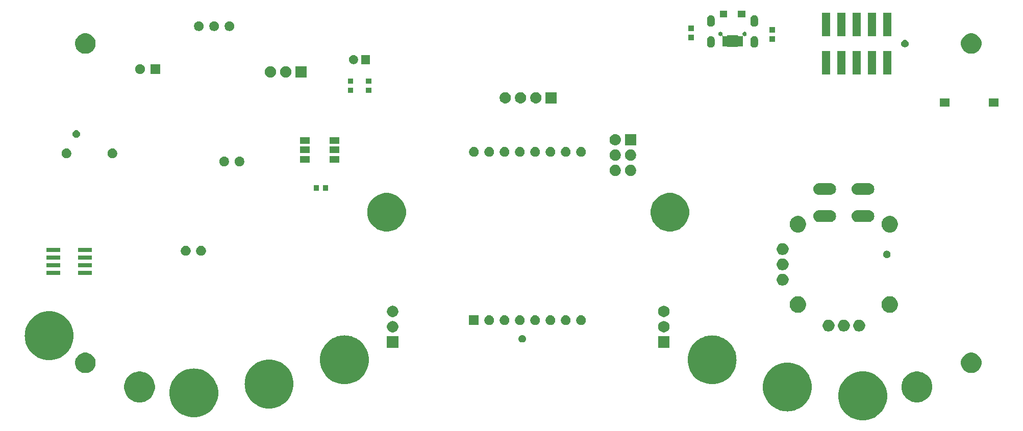
<source format=gbr>
G04 #@! TF.GenerationSoftware,KiCad,Pcbnew,6.0.0-rc1-unknown-ff6a348~66~ubuntu18.04.1*
G04 #@! TF.CreationDate,2018-12-07T10:28:44+02:00
G04 #@! TF.ProjectId,eduArdu_Rev_B,65647541-7264-4755-9f52-65765f422e6b,rev?*
G04 #@! TF.SameCoordinates,Original*
G04 #@! TF.FileFunction,Soldermask,Top*
G04 #@! TF.FilePolarity,Negative*
%FSLAX46Y46*%
G04 Gerber Fmt 4.6, Leading zero omitted, Abs format (unit mm)*
G04 Created by KiCad (PCBNEW 6.0.0-rc1-unknown-ff6a348~66~ubuntu18.04.1) date  7.12.2018 (пт) 10:28:44 EET*
%MOMM*%
%LPD*%
G01*
G04 APERTURE LIST*
%ADD10C,0.100000*%
G04 APERTURE END LIST*
D10*
G36*
X185117399Y-79446598D02*
X185141785Y-79449000D01*
X185398990Y-79449000D01*
X186181632Y-79604677D01*
X186597391Y-79776890D01*
X186918868Y-79910050D01*
X187409679Y-80238000D01*
X187582365Y-80353385D01*
X188146615Y-80917635D01*
X188146617Y-80917638D01*
X188589950Y-81581132D01*
X188688216Y-81818367D01*
X188895323Y-82318368D01*
X189051000Y-83101010D01*
X189051000Y-83358215D01*
X189053402Y-83382601D01*
X189064000Y-83435881D01*
X189064000Y-83564119D01*
X189053402Y-83617399D01*
X189051000Y-83641785D01*
X189051000Y-83898990D01*
X188895323Y-84681632D01*
X188769659Y-84985012D01*
X188589950Y-85418868D01*
X188208392Y-85989909D01*
X188146615Y-86082365D01*
X187582365Y-86646615D01*
X187582362Y-86646617D01*
X186918868Y-87089950D01*
X186613495Y-87216439D01*
X186181632Y-87395323D01*
X185398990Y-87551000D01*
X185141785Y-87551000D01*
X185117399Y-87553402D01*
X185064119Y-87564000D01*
X184935881Y-87564000D01*
X184882601Y-87553402D01*
X184858215Y-87551000D01*
X184601010Y-87551000D01*
X183818368Y-87395323D01*
X183386505Y-87216439D01*
X183081132Y-87089950D01*
X182417638Y-86646617D01*
X182417635Y-86646615D01*
X181853385Y-86082365D01*
X181791608Y-85989909D01*
X181410050Y-85418868D01*
X181230341Y-84985012D01*
X181104677Y-84681632D01*
X180949000Y-83898990D01*
X180949000Y-83641785D01*
X180946598Y-83617399D01*
X180936000Y-83564119D01*
X180936000Y-83435881D01*
X180946598Y-83382601D01*
X180949000Y-83358215D01*
X180949000Y-83101010D01*
X181104677Y-82318368D01*
X181311784Y-81818367D01*
X181410050Y-81581132D01*
X181853383Y-80917638D01*
X181853385Y-80917635D01*
X182417635Y-80353385D01*
X182590321Y-80238000D01*
X183081132Y-79910050D01*
X183402609Y-79776890D01*
X183818368Y-79604677D01*
X184601010Y-79449000D01*
X184858215Y-79449000D01*
X184882601Y-79446598D01*
X184935881Y-79436000D01*
X185064119Y-79436000D01*
X185117399Y-79446598D01*
X185117399Y-79446598D01*
G37*
G36*
X74117399Y-78946598D02*
X74141785Y-78949000D01*
X74398990Y-78949000D01*
X75181632Y-79104677D01*
X75601606Y-79278636D01*
X75918868Y-79410050D01*
X76429135Y-79751000D01*
X76582365Y-79853385D01*
X77146615Y-80417635D01*
X77146617Y-80417638D01*
X77589950Y-81081132D01*
X77692201Y-81327988D01*
X77895323Y-81818368D01*
X78051000Y-82601010D01*
X78051000Y-82858215D01*
X78053402Y-82882601D01*
X78064000Y-82935881D01*
X78064000Y-83064119D01*
X78053402Y-83117399D01*
X78051000Y-83141785D01*
X78051000Y-83398990D01*
X77895323Y-84181632D01*
X77783012Y-84452774D01*
X77589950Y-84918868D01*
X77255996Y-85418665D01*
X77146615Y-85582365D01*
X76582365Y-86146615D01*
X76582362Y-86146617D01*
X75918868Y-86589950D01*
X75782066Y-86646615D01*
X75181632Y-86895323D01*
X74398990Y-87051000D01*
X74141785Y-87051000D01*
X74117399Y-87053402D01*
X74064119Y-87064000D01*
X73935881Y-87064000D01*
X73882601Y-87053402D01*
X73858215Y-87051000D01*
X73601010Y-87051000D01*
X72818368Y-86895323D01*
X72217934Y-86646615D01*
X72081132Y-86589950D01*
X71417638Y-86146617D01*
X71417635Y-86146615D01*
X70853385Y-85582365D01*
X70744004Y-85418665D01*
X70410050Y-84918868D01*
X70216988Y-84452774D01*
X70104677Y-84181632D01*
X69949000Y-83398990D01*
X69949000Y-83141785D01*
X69946598Y-83117399D01*
X69936000Y-83064119D01*
X69936000Y-82935881D01*
X69946598Y-82882601D01*
X69949000Y-82858215D01*
X69949000Y-82601010D01*
X70104677Y-81818368D01*
X70307799Y-81327988D01*
X70410050Y-81081132D01*
X70853383Y-80417638D01*
X70853385Y-80417635D01*
X71417635Y-79853385D01*
X71570865Y-79751000D01*
X72081132Y-79410050D01*
X72398394Y-79278636D01*
X72818368Y-79104677D01*
X73601010Y-78949000D01*
X73858215Y-78949000D01*
X73882601Y-78946598D01*
X73935881Y-78936000D01*
X74064119Y-78936000D01*
X74117399Y-78946598D01*
X74117399Y-78946598D01*
G37*
G36*
X172617399Y-77946598D02*
X172641785Y-77949000D01*
X172898990Y-77949000D01*
X173681632Y-78104677D01*
X174097391Y-78276890D01*
X174418868Y-78410050D01*
X174909679Y-78738000D01*
X175082365Y-78853385D01*
X175646615Y-79417635D01*
X175646617Y-79417638D01*
X176089950Y-80081132D01*
X176160311Y-80251000D01*
X176395323Y-80818368D01*
X176551000Y-81601010D01*
X176551000Y-81858215D01*
X176553402Y-81882601D01*
X176564000Y-81935881D01*
X176564000Y-82064119D01*
X176553402Y-82117399D01*
X176551000Y-82141785D01*
X176551000Y-82398990D01*
X176395323Y-83181632D01*
X176231594Y-83576909D01*
X176089950Y-83918868D01*
X175702978Y-84498012D01*
X175646615Y-84582365D01*
X175082365Y-85146615D01*
X175082362Y-85146617D01*
X174418868Y-85589950D01*
X174132991Y-85708364D01*
X173681632Y-85895323D01*
X172898990Y-86051000D01*
X172641785Y-86051000D01*
X172617399Y-86053402D01*
X172564119Y-86064000D01*
X172435881Y-86064000D01*
X172382601Y-86053402D01*
X172358215Y-86051000D01*
X172101010Y-86051000D01*
X171318368Y-85895323D01*
X170867009Y-85708364D01*
X170581132Y-85589950D01*
X169917638Y-85146617D01*
X169917635Y-85146615D01*
X169353385Y-84582365D01*
X169297022Y-84498012D01*
X168910050Y-83918868D01*
X168768406Y-83576909D01*
X168604677Y-83181632D01*
X168449000Y-82398990D01*
X168449000Y-82141785D01*
X168446598Y-82117399D01*
X168436000Y-82064119D01*
X168436000Y-81935881D01*
X168446598Y-81882601D01*
X168449000Y-81858215D01*
X168449000Y-81601010D01*
X168604677Y-80818368D01*
X168839689Y-80251000D01*
X168910050Y-80081132D01*
X169353383Y-79417638D01*
X169353385Y-79417635D01*
X169917635Y-78853385D01*
X170090321Y-78738000D01*
X170581132Y-78410050D01*
X170902609Y-78276890D01*
X171318368Y-78104677D01*
X172101010Y-77949000D01*
X172358215Y-77949000D01*
X172382601Y-77946598D01*
X172435881Y-77936000D01*
X172564119Y-77936000D01*
X172617399Y-77946598D01*
X172617399Y-77946598D01*
G37*
G36*
X86617399Y-77446598D02*
X86641785Y-77449000D01*
X86898990Y-77449000D01*
X87681632Y-77604677D01*
X88101606Y-77778636D01*
X88418868Y-77910050D01*
X88804191Y-78167515D01*
X89082365Y-78353385D01*
X89646615Y-78917635D01*
X89646617Y-78917638D01*
X90089950Y-79581132D01*
X90176420Y-79789890D01*
X90395323Y-80318368D01*
X90551000Y-81101010D01*
X90551000Y-81358215D01*
X90553402Y-81382601D01*
X90564000Y-81435881D01*
X90564000Y-81564119D01*
X90553402Y-81617399D01*
X90551000Y-81641785D01*
X90551000Y-81898990D01*
X90395323Y-82681632D01*
X90228237Y-83085012D01*
X90089950Y-83418868D01*
X89811310Y-83835882D01*
X89646615Y-84082365D01*
X89082365Y-84646615D01*
X89082362Y-84646617D01*
X88418868Y-85089950D01*
X88282066Y-85146615D01*
X87681632Y-85395323D01*
X86898990Y-85551000D01*
X86641785Y-85551000D01*
X86617399Y-85553402D01*
X86564119Y-85564000D01*
X86435881Y-85564000D01*
X86382601Y-85553402D01*
X86358215Y-85551000D01*
X86101010Y-85551000D01*
X85318368Y-85395323D01*
X84717934Y-85146615D01*
X84581132Y-85089950D01*
X83917638Y-84646617D01*
X83917635Y-84646615D01*
X83353385Y-84082365D01*
X83188690Y-83835882D01*
X82910050Y-83418868D01*
X82771763Y-83085012D01*
X82604677Y-82681632D01*
X82449000Y-81898990D01*
X82449000Y-81641785D01*
X82446598Y-81617399D01*
X82436000Y-81564119D01*
X82436000Y-81435881D01*
X82446598Y-81382601D01*
X82449000Y-81358215D01*
X82449000Y-81101010D01*
X82604677Y-80318368D01*
X82823580Y-79789890D01*
X82910050Y-79581132D01*
X83353383Y-78917638D01*
X83353385Y-78917635D01*
X83917635Y-78353385D01*
X84195809Y-78167515D01*
X84581132Y-77910050D01*
X84898394Y-77778636D01*
X85318368Y-77604677D01*
X86101010Y-77449000D01*
X86358215Y-77449000D01*
X86382601Y-77446598D01*
X86435881Y-77436000D01*
X86564119Y-77436000D01*
X86617399Y-77446598D01*
X86617399Y-77446598D01*
G37*
G36*
X65431271Y-79485012D02*
X65744041Y-79547226D01*
X65882742Y-79604678D01*
X66208256Y-79739510D01*
X66626043Y-80018666D01*
X66981334Y-80373957D01*
X67260490Y-80791744D01*
X67337274Y-80977118D01*
X67440358Y-81225983D01*
X67452774Y-81255960D01*
X67550800Y-81748767D01*
X67550800Y-82251233D01*
X67452774Y-82744040D01*
X67260490Y-83208256D01*
X66981334Y-83626043D01*
X66626043Y-83981334D01*
X66208256Y-84260490D01*
X65936325Y-84373127D01*
X65744041Y-84452774D01*
X65622706Y-84476909D01*
X65251233Y-84550800D01*
X64748767Y-84550800D01*
X64377294Y-84476909D01*
X64255959Y-84452774D01*
X64063675Y-84373127D01*
X63791744Y-84260490D01*
X63373957Y-83981334D01*
X63018666Y-83626043D01*
X62739510Y-83208256D01*
X62547226Y-82744040D01*
X62449200Y-82251233D01*
X62449200Y-81748767D01*
X62547226Y-81255960D01*
X62559643Y-81225983D01*
X62662726Y-80977118D01*
X62739510Y-80791744D01*
X63018666Y-80373957D01*
X63373957Y-80018666D01*
X63791744Y-79739510D01*
X64117258Y-79604678D01*
X64255959Y-79547226D01*
X64568729Y-79485012D01*
X64748767Y-79449200D01*
X65251233Y-79449200D01*
X65431271Y-79485012D01*
X65431271Y-79485012D01*
G37*
G36*
X194431271Y-79485012D02*
X194744041Y-79547226D01*
X194882742Y-79604678D01*
X195208256Y-79739510D01*
X195626043Y-80018666D01*
X195981334Y-80373957D01*
X196260490Y-80791744D01*
X196337274Y-80977118D01*
X196440358Y-81225983D01*
X196452774Y-81255960D01*
X196550800Y-81748767D01*
X196550800Y-82251233D01*
X196452774Y-82744040D01*
X196260490Y-83208256D01*
X195981334Y-83626043D01*
X195626043Y-83981334D01*
X195208256Y-84260490D01*
X194936325Y-84373127D01*
X194744041Y-84452774D01*
X194622706Y-84476909D01*
X194251233Y-84550800D01*
X193748767Y-84550800D01*
X193377294Y-84476909D01*
X193255959Y-84452774D01*
X193063675Y-84373127D01*
X192791744Y-84260490D01*
X192373957Y-83981334D01*
X192018666Y-83626043D01*
X191739510Y-83208256D01*
X191547226Y-82744040D01*
X191449200Y-82251233D01*
X191449200Y-81748767D01*
X191547226Y-81255960D01*
X191559643Y-81225983D01*
X191662726Y-80977118D01*
X191739510Y-80791744D01*
X192018666Y-80373957D01*
X192373957Y-80018666D01*
X192791744Y-79739510D01*
X193117258Y-79604678D01*
X193255959Y-79547226D01*
X193568729Y-79485012D01*
X193748767Y-79449200D01*
X194251233Y-79449200D01*
X194431271Y-79485012D01*
X194431271Y-79485012D01*
G37*
G36*
X99117399Y-73446598D02*
X99141785Y-73449000D01*
X99398990Y-73449000D01*
X100181632Y-73604677D01*
X100419014Y-73703004D01*
X100918868Y-73910050D01*
X101279651Y-74151118D01*
X101582365Y-74353385D01*
X102146615Y-74917635D01*
X102146617Y-74917638D01*
X102589950Y-75581132D01*
X102629622Y-75676909D01*
X102895323Y-76318368D01*
X103051000Y-77101010D01*
X103051000Y-77358215D01*
X103053402Y-77382601D01*
X103064000Y-77435881D01*
X103064000Y-77564119D01*
X103053402Y-77617399D01*
X103051000Y-77641785D01*
X103051000Y-77898990D01*
X102895323Y-78681632D01*
X102806792Y-78895364D01*
X102589950Y-79418868D01*
X102262879Y-79908364D01*
X102146615Y-80082365D01*
X101582365Y-80646615D01*
X101582362Y-80646617D01*
X100918868Y-81089950D01*
X100613495Y-81216439D01*
X100181632Y-81395323D01*
X99398990Y-81551000D01*
X99141785Y-81551000D01*
X99117399Y-81553402D01*
X99064119Y-81564000D01*
X98935881Y-81564000D01*
X98882601Y-81553402D01*
X98858215Y-81551000D01*
X98601010Y-81551000D01*
X97818368Y-81395323D01*
X97386505Y-81216439D01*
X97081132Y-81089950D01*
X96417638Y-80646617D01*
X96417635Y-80646615D01*
X95853385Y-80082365D01*
X95737121Y-79908364D01*
X95410050Y-79418868D01*
X95193208Y-78895364D01*
X95104677Y-78681632D01*
X94949000Y-77898990D01*
X94949000Y-77641785D01*
X94946598Y-77617399D01*
X94936000Y-77564119D01*
X94936000Y-77435881D01*
X94946598Y-77382601D01*
X94949000Y-77358215D01*
X94949000Y-77101010D01*
X95104677Y-76318368D01*
X95370378Y-75676909D01*
X95410050Y-75581132D01*
X95853383Y-74917638D01*
X95853385Y-74917635D01*
X96417635Y-74353385D01*
X96720349Y-74151118D01*
X97081132Y-73910050D01*
X97580986Y-73703004D01*
X97818368Y-73604677D01*
X98601010Y-73449000D01*
X98858215Y-73449000D01*
X98882601Y-73446598D01*
X98935881Y-73436000D01*
X99064119Y-73436000D01*
X99117399Y-73446598D01*
X99117399Y-73446598D01*
G37*
G36*
X160117399Y-73446598D02*
X160141785Y-73449000D01*
X160398990Y-73449000D01*
X161181632Y-73604677D01*
X161419014Y-73703004D01*
X161918868Y-73910050D01*
X162279651Y-74151118D01*
X162582365Y-74353385D01*
X163146615Y-74917635D01*
X163146617Y-74917638D01*
X163589950Y-75581132D01*
X163629622Y-75676909D01*
X163895323Y-76318368D01*
X164051000Y-77101010D01*
X164051000Y-77358215D01*
X164053402Y-77382601D01*
X164064000Y-77435881D01*
X164064000Y-77564119D01*
X164053402Y-77617399D01*
X164051000Y-77641785D01*
X164051000Y-77898990D01*
X163895323Y-78681632D01*
X163806792Y-78895364D01*
X163589950Y-79418868D01*
X163262879Y-79908364D01*
X163146615Y-80082365D01*
X162582365Y-80646615D01*
X162582362Y-80646617D01*
X161918868Y-81089950D01*
X161613495Y-81216439D01*
X161181632Y-81395323D01*
X160398990Y-81551000D01*
X160141785Y-81551000D01*
X160117399Y-81553402D01*
X160064119Y-81564000D01*
X159935881Y-81564000D01*
X159882601Y-81553402D01*
X159858215Y-81551000D01*
X159601010Y-81551000D01*
X158818368Y-81395323D01*
X158386505Y-81216439D01*
X158081132Y-81089950D01*
X157417638Y-80646617D01*
X157417635Y-80646615D01*
X156853385Y-80082365D01*
X156737121Y-79908364D01*
X156410050Y-79418868D01*
X156193208Y-78895364D01*
X156104677Y-78681632D01*
X155949000Y-77898990D01*
X155949000Y-77641785D01*
X155946598Y-77617399D01*
X155936000Y-77564119D01*
X155936000Y-77435881D01*
X155946598Y-77382601D01*
X155949000Y-77358215D01*
X155949000Y-77101010D01*
X156104677Y-76318368D01*
X156370378Y-75676909D01*
X156410050Y-75581132D01*
X156853383Y-74917638D01*
X156853385Y-74917635D01*
X157417635Y-74353385D01*
X157720349Y-74151118D01*
X158081132Y-73910050D01*
X158580986Y-73703004D01*
X158818368Y-73604677D01*
X159601010Y-73449000D01*
X159858215Y-73449000D01*
X159882601Y-73446598D01*
X159935881Y-73436000D01*
X160064119Y-73436000D01*
X160117399Y-73446598D01*
X160117399Y-73446598D01*
G37*
G36*
X203496105Y-76364561D02*
X203599371Y-76407335D01*
X203805631Y-76492771D01*
X204084197Y-76678903D01*
X204321097Y-76915803D01*
X204505403Y-77191636D01*
X204507230Y-77194371D01*
X204635439Y-77503895D01*
X204700800Y-77832485D01*
X204700800Y-78167515D01*
X204635439Y-78496105D01*
X204571231Y-78651118D01*
X204507229Y-78805631D01*
X204321097Y-79084197D01*
X204084197Y-79321097D01*
X203805631Y-79507229D01*
X203805630Y-79507230D01*
X203805629Y-79507230D01*
X203496105Y-79635439D01*
X203167515Y-79700800D01*
X202832485Y-79700800D01*
X202503895Y-79635439D01*
X202194371Y-79507230D01*
X202194370Y-79507230D01*
X202194369Y-79507229D01*
X201915803Y-79321097D01*
X201678903Y-79084197D01*
X201492771Y-78805631D01*
X201428770Y-78651118D01*
X201364561Y-78496105D01*
X201299200Y-78167515D01*
X201299200Y-77832485D01*
X201364561Y-77503895D01*
X201492770Y-77194371D01*
X201494597Y-77191636D01*
X201678903Y-76915803D01*
X201915803Y-76678903D01*
X202194369Y-76492771D01*
X202400630Y-76407335D01*
X202503895Y-76364561D01*
X202832485Y-76299200D01*
X203167515Y-76299200D01*
X203496105Y-76364561D01*
X203496105Y-76364561D01*
G37*
G36*
X56496105Y-76364561D02*
X56599371Y-76407335D01*
X56805631Y-76492771D01*
X57084197Y-76678903D01*
X57321097Y-76915803D01*
X57505403Y-77191636D01*
X57507230Y-77194371D01*
X57635439Y-77503895D01*
X57700800Y-77832485D01*
X57700800Y-78167515D01*
X57635439Y-78496105D01*
X57571231Y-78651118D01*
X57507229Y-78805631D01*
X57321097Y-79084197D01*
X57084197Y-79321097D01*
X56805631Y-79507229D01*
X56805630Y-79507230D01*
X56805629Y-79507230D01*
X56496105Y-79635439D01*
X56167515Y-79700800D01*
X55832485Y-79700800D01*
X55503895Y-79635439D01*
X55194371Y-79507230D01*
X55194370Y-79507230D01*
X55194369Y-79507229D01*
X54915803Y-79321097D01*
X54678903Y-79084197D01*
X54492771Y-78805631D01*
X54428770Y-78651118D01*
X54364561Y-78496105D01*
X54299200Y-78167515D01*
X54299200Y-77832485D01*
X54364561Y-77503895D01*
X54492770Y-77194371D01*
X54494597Y-77191636D01*
X54678903Y-76915803D01*
X54915803Y-76678903D01*
X55194369Y-76492771D01*
X55400630Y-76407335D01*
X55503895Y-76364561D01*
X55832485Y-76299200D01*
X56167515Y-76299200D01*
X56496105Y-76364561D01*
X56496105Y-76364561D01*
G37*
G36*
X50117399Y-69446598D02*
X50141785Y-69449000D01*
X50398990Y-69449000D01*
X51181632Y-69604677D01*
X51601606Y-69778636D01*
X51918868Y-69910050D01*
X52491753Y-70292840D01*
X52582365Y-70353385D01*
X53146615Y-70917635D01*
X53146617Y-70917638D01*
X53589950Y-71581132D01*
X53660311Y-71751000D01*
X53895323Y-72318368D01*
X54051000Y-73101010D01*
X54051000Y-73358215D01*
X54053402Y-73382601D01*
X54064000Y-73435881D01*
X54064000Y-73564119D01*
X54053402Y-73617399D01*
X54051000Y-73641785D01*
X54051000Y-73898990D01*
X53895323Y-74681632D01*
X53800684Y-74910110D01*
X53589950Y-75418868D01*
X53465136Y-75605665D01*
X53146615Y-76082365D01*
X52582365Y-76646615D01*
X52582362Y-76646617D01*
X51918868Y-77089950D01*
X51666773Y-77194371D01*
X51181632Y-77395323D01*
X50398990Y-77551000D01*
X50141785Y-77551000D01*
X50117399Y-77553402D01*
X50064119Y-77564000D01*
X49935881Y-77564000D01*
X49882601Y-77553402D01*
X49858215Y-77551000D01*
X49601010Y-77551000D01*
X48818368Y-77395323D01*
X48333227Y-77194371D01*
X48081132Y-77089950D01*
X47417638Y-76646617D01*
X47417635Y-76646615D01*
X46853385Y-76082365D01*
X46534864Y-75605665D01*
X46410050Y-75418868D01*
X46199316Y-74910110D01*
X46104677Y-74681632D01*
X45949000Y-73898990D01*
X45949000Y-73641785D01*
X45946598Y-73617399D01*
X45936000Y-73564119D01*
X45936000Y-73435881D01*
X45946598Y-73382601D01*
X45949000Y-73358215D01*
X45949000Y-73101010D01*
X46104677Y-72318368D01*
X46339689Y-71751000D01*
X46410050Y-71581132D01*
X46853383Y-70917638D01*
X46853385Y-70917635D01*
X47417635Y-70353385D01*
X47508247Y-70292840D01*
X48081132Y-69910050D01*
X48398394Y-69778636D01*
X48818368Y-69604677D01*
X49601010Y-69449000D01*
X49858215Y-69449000D01*
X49882601Y-69446598D01*
X49935881Y-69436000D01*
X50064119Y-69436000D01*
X50117399Y-69446598D01*
X50117399Y-69446598D01*
G37*
G36*
X107939800Y-75479800D02*
X106060200Y-75479800D01*
X106060200Y-73600200D01*
X107939800Y-73600200D01*
X107939800Y-75479800D01*
X107939800Y-75479800D01*
G37*
G36*
X152939800Y-75479800D02*
X151060200Y-75479800D01*
X151060200Y-73600200D01*
X152939800Y-73600200D01*
X152939800Y-75479800D01*
X152939800Y-75479800D01*
G37*
G36*
X128682889Y-73397095D02*
X128796996Y-73444359D01*
X128899692Y-73512979D01*
X128987021Y-73600308D01*
X129055641Y-73703004D01*
X129102905Y-73817111D01*
X129127000Y-73938244D01*
X129127000Y-74061756D01*
X129102905Y-74182889D01*
X129055641Y-74296996D01*
X128987021Y-74399692D01*
X128899692Y-74487021D01*
X128796996Y-74555641D01*
X128682889Y-74602905D01*
X128561756Y-74627000D01*
X128438244Y-74627000D01*
X128317111Y-74602905D01*
X128203004Y-74555641D01*
X128100308Y-74487021D01*
X128012979Y-74399692D01*
X127944359Y-74296996D01*
X127897095Y-74182889D01*
X127873000Y-74061756D01*
X127873000Y-73938244D01*
X127897095Y-73817111D01*
X127944359Y-73703004D01*
X128012979Y-73600308D01*
X128100308Y-73512979D01*
X128203004Y-73444359D01*
X128317111Y-73397095D01*
X128438244Y-73373000D01*
X128561756Y-73373000D01*
X128682889Y-73397095D01*
X128682889Y-73397095D01*
G37*
G36*
X107183346Y-71078258D02*
X107274129Y-71096316D01*
X107445162Y-71167160D01*
X107597009Y-71268621D01*
X107599090Y-71270012D01*
X107729988Y-71400910D01*
X107729990Y-71400913D01*
X107832840Y-71554838D01*
X107903684Y-71725871D01*
X107939800Y-71907438D01*
X107939800Y-72092562D01*
X107903684Y-72274129D01*
X107832840Y-72445162D01*
X107832839Y-72445163D01*
X107729988Y-72599090D01*
X107599090Y-72729988D01*
X107599087Y-72729990D01*
X107445162Y-72832840D01*
X107274129Y-72903684D01*
X107183346Y-72921742D01*
X107092564Y-72939800D01*
X106907436Y-72939800D01*
X106816654Y-72921742D01*
X106725871Y-72903684D01*
X106554838Y-72832840D01*
X106400913Y-72729990D01*
X106400910Y-72729988D01*
X106270012Y-72599090D01*
X106167161Y-72445163D01*
X106167160Y-72445162D01*
X106096316Y-72274129D01*
X106060200Y-72092562D01*
X106060200Y-71907438D01*
X106096316Y-71725871D01*
X106167160Y-71554838D01*
X106270010Y-71400913D01*
X106270012Y-71400910D01*
X106400910Y-71270012D01*
X106402991Y-71268621D01*
X106554838Y-71167160D01*
X106725871Y-71096316D01*
X106816654Y-71078258D01*
X106907436Y-71060200D01*
X107092564Y-71060200D01*
X107183346Y-71078258D01*
X107183346Y-71078258D01*
G37*
G36*
X152183346Y-71078258D02*
X152274129Y-71096316D01*
X152445162Y-71167160D01*
X152597009Y-71268621D01*
X152599090Y-71270012D01*
X152729988Y-71400910D01*
X152729990Y-71400913D01*
X152832840Y-71554838D01*
X152903684Y-71725871D01*
X152939800Y-71907438D01*
X152939800Y-72092562D01*
X152903684Y-72274129D01*
X152832840Y-72445162D01*
X152832839Y-72445163D01*
X152729988Y-72599090D01*
X152599090Y-72729988D01*
X152599087Y-72729990D01*
X152445162Y-72832840D01*
X152274129Y-72903684D01*
X152183346Y-72921742D01*
X152092564Y-72939800D01*
X151907436Y-72939800D01*
X151816654Y-72921742D01*
X151725871Y-72903684D01*
X151554838Y-72832840D01*
X151400913Y-72729990D01*
X151400910Y-72729988D01*
X151270012Y-72599090D01*
X151167161Y-72445163D01*
X151167160Y-72445162D01*
X151096316Y-72274129D01*
X151060200Y-72092562D01*
X151060200Y-71907438D01*
X151096316Y-71725871D01*
X151167160Y-71554838D01*
X151270010Y-71400913D01*
X151270012Y-71400910D01*
X151400910Y-71270012D01*
X151402991Y-71268621D01*
X151554838Y-71167160D01*
X151725871Y-71096316D01*
X151816654Y-71078258D01*
X151907436Y-71060200D01*
X152092564Y-71060200D01*
X152183346Y-71078258D01*
X152183346Y-71078258D01*
G37*
G36*
X179618947Y-70857468D02*
X179799224Y-70932141D01*
X179961474Y-71040553D01*
X180099447Y-71178526D01*
X180207859Y-71340776D01*
X180282532Y-71521053D01*
X180320600Y-71712433D01*
X180320600Y-71907567D01*
X180282532Y-72098947D01*
X180207859Y-72279224D01*
X180099447Y-72441474D01*
X179961474Y-72579447D01*
X179799224Y-72687859D01*
X179618947Y-72762532D01*
X179427567Y-72800600D01*
X179232433Y-72800600D01*
X179041053Y-72762532D01*
X178860776Y-72687859D01*
X178698526Y-72579447D01*
X178560553Y-72441474D01*
X178452141Y-72279224D01*
X178377468Y-72098947D01*
X178339400Y-71907567D01*
X178339400Y-71712433D01*
X178377468Y-71521053D01*
X178452141Y-71340776D01*
X178560553Y-71178526D01*
X178698526Y-71040553D01*
X178860776Y-70932141D01*
X179041053Y-70857468D01*
X179232433Y-70819400D01*
X179427567Y-70819400D01*
X179618947Y-70857468D01*
X179618947Y-70857468D01*
G37*
G36*
X182158947Y-70857468D02*
X182339224Y-70932141D01*
X182501474Y-71040553D01*
X182639447Y-71178526D01*
X182747859Y-71340776D01*
X182822532Y-71521053D01*
X182860600Y-71712433D01*
X182860600Y-71907567D01*
X182822532Y-72098947D01*
X182747859Y-72279224D01*
X182639447Y-72441474D01*
X182501474Y-72579447D01*
X182339224Y-72687859D01*
X182158947Y-72762532D01*
X181967567Y-72800600D01*
X181772433Y-72800600D01*
X181581053Y-72762532D01*
X181400776Y-72687859D01*
X181238526Y-72579447D01*
X181100553Y-72441474D01*
X180992141Y-72279224D01*
X180917468Y-72098947D01*
X180879400Y-71907567D01*
X180879400Y-71712433D01*
X180917468Y-71521053D01*
X180992141Y-71340776D01*
X181100553Y-71178526D01*
X181238526Y-71040553D01*
X181400776Y-70932141D01*
X181581053Y-70857468D01*
X181772433Y-70819400D01*
X181967567Y-70819400D01*
X182158947Y-70857468D01*
X182158947Y-70857468D01*
G37*
G36*
X184698947Y-70857468D02*
X184879224Y-70932141D01*
X185041474Y-71040553D01*
X185179447Y-71178526D01*
X185287859Y-71340776D01*
X185362532Y-71521053D01*
X185400600Y-71712433D01*
X185400600Y-71907567D01*
X185362532Y-72098947D01*
X185287859Y-72279224D01*
X185179447Y-72441474D01*
X185041474Y-72579447D01*
X184879224Y-72687859D01*
X184698947Y-72762532D01*
X184507567Y-72800600D01*
X184312433Y-72800600D01*
X184121053Y-72762532D01*
X183940776Y-72687859D01*
X183778526Y-72579447D01*
X183640553Y-72441474D01*
X183532141Y-72279224D01*
X183457468Y-72098947D01*
X183419400Y-71907567D01*
X183419400Y-71712433D01*
X183457468Y-71521053D01*
X183532141Y-71340776D01*
X183640553Y-71178526D01*
X183778526Y-71040553D01*
X183940776Y-70932141D01*
X184121053Y-70857468D01*
X184312433Y-70819400D01*
X184507567Y-70819400D01*
X184698947Y-70857468D01*
X184698947Y-70857468D01*
G37*
G36*
X125797142Y-70138242D02*
X125945102Y-70199530D01*
X126012130Y-70244317D01*
X126060880Y-70276890D01*
X126078258Y-70288502D01*
X126191498Y-70401742D01*
X126280470Y-70534898D01*
X126341758Y-70682858D01*
X126373000Y-70839925D01*
X126373000Y-71000075D01*
X126341758Y-71157142D01*
X126332900Y-71178526D01*
X126280471Y-71305100D01*
X126191499Y-71438257D01*
X126078257Y-71551499D01*
X126033908Y-71581132D01*
X125945102Y-71640470D01*
X125797142Y-71701758D01*
X125640075Y-71733000D01*
X125479925Y-71733000D01*
X125322858Y-71701758D01*
X125174898Y-71640470D01*
X125086092Y-71581132D01*
X125041743Y-71551499D01*
X124928501Y-71438257D01*
X124839529Y-71305100D01*
X124787100Y-71178526D01*
X124778242Y-71157142D01*
X124747000Y-71000075D01*
X124747000Y-70839925D01*
X124778242Y-70682858D01*
X124839530Y-70534898D01*
X124928502Y-70401742D01*
X125041742Y-70288502D01*
X125059121Y-70276890D01*
X125107870Y-70244317D01*
X125174898Y-70199530D01*
X125322858Y-70138242D01*
X125479925Y-70107000D01*
X125640075Y-70107000D01*
X125797142Y-70138242D01*
X125797142Y-70138242D01*
G37*
G36*
X121293000Y-71733000D02*
X119667000Y-71733000D01*
X119667000Y-70107000D01*
X121293000Y-70107000D01*
X121293000Y-71733000D01*
X121293000Y-71733000D01*
G37*
G36*
X138497142Y-70138242D02*
X138645102Y-70199530D01*
X138712130Y-70244317D01*
X138760880Y-70276890D01*
X138778258Y-70288502D01*
X138891498Y-70401742D01*
X138980470Y-70534898D01*
X139041758Y-70682858D01*
X139073000Y-70839925D01*
X139073000Y-71000075D01*
X139041758Y-71157142D01*
X139032900Y-71178526D01*
X138980471Y-71305100D01*
X138891499Y-71438257D01*
X138778257Y-71551499D01*
X138733908Y-71581132D01*
X138645102Y-71640470D01*
X138497142Y-71701758D01*
X138340075Y-71733000D01*
X138179925Y-71733000D01*
X138022858Y-71701758D01*
X137874898Y-71640470D01*
X137786092Y-71581132D01*
X137741743Y-71551499D01*
X137628501Y-71438257D01*
X137539529Y-71305100D01*
X137487100Y-71178526D01*
X137478242Y-71157142D01*
X137447000Y-71000075D01*
X137447000Y-70839925D01*
X137478242Y-70682858D01*
X137539530Y-70534898D01*
X137628502Y-70401742D01*
X137741742Y-70288502D01*
X137759121Y-70276890D01*
X137807870Y-70244317D01*
X137874898Y-70199530D01*
X138022858Y-70138242D01*
X138179925Y-70107000D01*
X138340075Y-70107000D01*
X138497142Y-70138242D01*
X138497142Y-70138242D01*
G37*
G36*
X135957142Y-70138242D02*
X136105102Y-70199530D01*
X136172130Y-70244317D01*
X136220880Y-70276890D01*
X136238258Y-70288502D01*
X136351498Y-70401742D01*
X136440470Y-70534898D01*
X136501758Y-70682858D01*
X136533000Y-70839925D01*
X136533000Y-71000075D01*
X136501758Y-71157142D01*
X136492900Y-71178526D01*
X136440471Y-71305100D01*
X136351499Y-71438257D01*
X136238257Y-71551499D01*
X136193908Y-71581132D01*
X136105102Y-71640470D01*
X135957142Y-71701758D01*
X135800075Y-71733000D01*
X135639925Y-71733000D01*
X135482858Y-71701758D01*
X135334898Y-71640470D01*
X135246092Y-71581132D01*
X135201743Y-71551499D01*
X135088501Y-71438257D01*
X134999529Y-71305100D01*
X134947100Y-71178526D01*
X134938242Y-71157142D01*
X134907000Y-71000075D01*
X134907000Y-70839925D01*
X134938242Y-70682858D01*
X134999530Y-70534898D01*
X135088502Y-70401742D01*
X135201742Y-70288502D01*
X135219121Y-70276890D01*
X135267870Y-70244317D01*
X135334898Y-70199530D01*
X135482858Y-70138242D01*
X135639925Y-70107000D01*
X135800075Y-70107000D01*
X135957142Y-70138242D01*
X135957142Y-70138242D01*
G37*
G36*
X133417142Y-70138242D02*
X133565102Y-70199530D01*
X133632130Y-70244317D01*
X133680880Y-70276890D01*
X133698258Y-70288502D01*
X133811498Y-70401742D01*
X133900470Y-70534898D01*
X133961758Y-70682858D01*
X133993000Y-70839925D01*
X133993000Y-71000075D01*
X133961758Y-71157142D01*
X133952900Y-71178526D01*
X133900471Y-71305100D01*
X133811499Y-71438257D01*
X133698257Y-71551499D01*
X133653908Y-71581132D01*
X133565102Y-71640470D01*
X133417142Y-71701758D01*
X133260075Y-71733000D01*
X133099925Y-71733000D01*
X132942858Y-71701758D01*
X132794898Y-71640470D01*
X132706092Y-71581132D01*
X132661743Y-71551499D01*
X132548501Y-71438257D01*
X132459529Y-71305100D01*
X132407100Y-71178526D01*
X132398242Y-71157142D01*
X132367000Y-71000075D01*
X132367000Y-70839925D01*
X132398242Y-70682858D01*
X132459530Y-70534898D01*
X132548502Y-70401742D01*
X132661742Y-70288502D01*
X132679121Y-70276890D01*
X132727870Y-70244317D01*
X132794898Y-70199530D01*
X132942858Y-70138242D01*
X133099925Y-70107000D01*
X133260075Y-70107000D01*
X133417142Y-70138242D01*
X133417142Y-70138242D01*
G37*
G36*
X130877142Y-70138242D02*
X131025102Y-70199530D01*
X131092130Y-70244317D01*
X131140880Y-70276890D01*
X131158258Y-70288502D01*
X131271498Y-70401742D01*
X131360470Y-70534898D01*
X131421758Y-70682858D01*
X131453000Y-70839925D01*
X131453000Y-71000075D01*
X131421758Y-71157142D01*
X131412900Y-71178526D01*
X131360471Y-71305100D01*
X131271499Y-71438257D01*
X131158257Y-71551499D01*
X131113908Y-71581132D01*
X131025102Y-71640470D01*
X130877142Y-71701758D01*
X130720075Y-71733000D01*
X130559925Y-71733000D01*
X130402858Y-71701758D01*
X130254898Y-71640470D01*
X130166092Y-71581132D01*
X130121743Y-71551499D01*
X130008501Y-71438257D01*
X129919529Y-71305100D01*
X129867100Y-71178526D01*
X129858242Y-71157142D01*
X129827000Y-71000075D01*
X129827000Y-70839925D01*
X129858242Y-70682858D01*
X129919530Y-70534898D01*
X130008502Y-70401742D01*
X130121742Y-70288502D01*
X130139121Y-70276890D01*
X130187870Y-70244317D01*
X130254898Y-70199530D01*
X130402858Y-70138242D01*
X130559925Y-70107000D01*
X130720075Y-70107000D01*
X130877142Y-70138242D01*
X130877142Y-70138242D01*
G37*
G36*
X128337142Y-70138242D02*
X128485102Y-70199530D01*
X128552130Y-70244317D01*
X128600880Y-70276890D01*
X128618258Y-70288502D01*
X128731498Y-70401742D01*
X128820470Y-70534898D01*
X128881758Y-70682858D01*
X128913000Y-70839925D01*
X128913000Y-71000075D01*
X128881758Y-71157142D01*
X128872900Y-71178526D01*
X128820471Y-71305100D01*
X128731499Y-71438257D01*
X128618257Y-71551499D01*
X128573908Y-71581132D01*
X128485102Y-71640470D01*
X128337142Y-71701758D01*
X128180075Y-71733000D01*
X128019925Y-71733000D01*
X127862858Y-71701758D01*
X127714898Y-71640470D01*
X127626092Y-71581132D01*
X127581743Y-71551499D01*
X127468501Y-71438257D01*
X127379529Y-71305100D01*
X127327100Y-71178526D01*
X127318242Y-71157142D01*
X127287000Y-71000075D01*
X127287000Y-70839925D01*
X127318242Y-70682858D01*
X127379530Y-70534898D01*
X127468502Y-70401742D01*
X127581742Y-70288502D01*
X127599121Y-70276890D01*
X127647870Y-70244317D01*
X127714898Y-70199530D01*
X127862858Y-70138242D01*
X128019925Y-70107000D01*
X128180075Y-70107000D01*
X128337142Y-70138242D01*
X128337142Y-70138242D01*
G37*
G36*
X123257142Y-70138242D02*
X123405102Y-70199530D01*
X123472130Y-70244317D01*
X123520880Y-70276890D01*
X123538258Y-70288502D01*
X123651498Y-70401742D01*
X123740470Y-70534898D01*
X123801758Y-70682858D01*
X123833000Y-70839925D01*
X123833000Y-71000075D01*
X123801758Y-71157142D01*
X123792900Y-71178526D01*
X123740471Y-71305100D01*
X123651499Y-71438257D01*
X123538257Y-71551499D01*
X123493908Y-71581132D01*
X123405102Y-71640470D01*
X123257142Y-71701758D01*
X123100075Y-71733000D01*
X122939925Y-71733000D01*
X122782858Y-71701758D01*
X122634898Y-71640470D01*
X122546092Y-71581132D01*
X122501743Y-71551499D01*
X122388501Y-71438257D01*
X122299529Y-71305100D01*
X122247100Y-71178526D01*
X122238242Y-71157142D01*
X122207000Y-71000075D01*
X122207000Y-70839925D01*
X122238242Y-70682858D01*
X122299530Y-70534898D01*
X122388502Y-70401742D01*
X122501742Y-70288502D01*
X122519121Y-70276890D01*
X122567870Y-70244317D01*
X122634898Y-70199530D01*
X122782858Y-70138242D01*
X122939925Y-70107000D01*
X123100075Y-70107000D01*
X123257142Y-70138242D01*
X123257142Y-70138242D01*
G37*
G36*
X107183345Y-68538258D02*
X107274129Y-68556316D01*
X107445162Y-68627160D01*
X107445163Y-68627161D01*
X107599090Y-68730012D01*
X107729988Y-68860910D01*
X107729990Y-68860913D01*
X107832840Y-69014838D01*
X107903684Y-69185871D01*
X107921742Y-69276654D01*
X107939800Y-69367436D01*
X107939800Y-69552564D01*
X107923126Y-69636390D01*
X107903684Y-69734129D01*
X107832840Y-69905162D01*
X107731379Y-70057009D01*
X107729988Y-70059090D01*
X107599090Y-70189988D01*
X107599087Y-70189990D01*
X107445162Y-70292840D01*
X107274129Y-70363684D01*
X107183346Y-70381742D01*
X107092564Y-70399800D01*
X106907436Y-70399800D01*
X106816654Y-70381742D01*
X106725871Y-70363684D01*
X106554838Y-70292840D01*
X106400913Y-70189990D01*
X106400910Y-70189988D01*
X106270012Y-70059090D01*
X106268621Y-70057009D01*
X106167160Y-69905162D01*
X106096316Y-69734129D01*
X106076874Y-69636390D01*
X106060200Y-69552564D01*
X106060200Y-69367436D01*
X106078258Y-69276654D01*
X106096316Y-69185871D01*
X106167160Y-69014838D01*
X106270010Y-68860913D01*
X106270012Y-68860910D01*
X106400910Y-68730012D01*
X106554837Y-68627161D01*
X106554838Y-68627160D01*
X106725871Y-68556316D01*
X106816655Y-68538258D01*
X106907436Y-68520200D01*
X107092564Y-68520200D01*
X107183345Y-68538258D01*
X107183345Y-68538258D01*
G37*
G36*
X152183345Y-68538258D02*
X152274129Y-68556316D01*
X152445162Y-68627160D01*
X152445163Y-68627161D01*
X152599090Y-68730012D01*
X152729988Y-68860910D01*
X152729990Y-68860913D01*
X152832840Y-69014838D01*
X152903684Y-69185871D01*
X152921742Y-69276654D01*
X152939800Y-69367436D01*
X152939800Y-69552564D01*
X152923126Y-69636390D01*
X152903684Y-69734129D01*
X152832840Y-69905162D01*
X152731379Y-70057009D01*
X152729988Y-70059090D01*
X152599090Y-70189988D01*
X152599087Y-70189990D01*
X152445162Y-70292840D01*
X152274129Y-70363684D01*
X152183346Y-70381742D01*
X152092564Y-70399800D01*
X151907436Y-70399800D01*
X151816654Y-70381742D01*
X151725871Y-70363684D01*
X151554838Y-70292840D01*
X151400913Y-70189990D01*
X151400910Y-70189988D01*
X151270012Y-70059090D01*
X151268621Y-70057009D01*
X151167160Y-69905162D01*
X151096316Y-69734129D01*
X151076874Y-69636390D01*
X151060200Y-69552564D01*
X151060200Y-69367436D01*
X151078258Y-69276654D01*
X151096316Y-69185871D01*
X151167160Y-69014838D01*
X151270010Y-68860913D01*
X151270012Y-68860910D01*
X151400910Y-68730012D01*
X151554837Y-68627161D01*
X151554838Y-68627160D01*
X151725871Y-68556316D01*
X151816655Y-68538258D01*
X151907436Y-68520200D01*
X152092564Y-68520200D01*
X152183345Y-68538258D01*
X152183345Y-68538258D01*
G37*
G36*
X189662800Y-66953401D02*
X189890081Y-66998609D01*
X190139696Y-67102003D01*
X190364344Y-67252108D01*
X190555392Y-67443156D01*
X190705497Y-67667804D01*
X190808891Y-67917419D01*
X190861600Y-68182409D01*
X190861600Y-68452591D01*
X190808891Y-68717581D01*
X190705497Y-68967196D01*
X190555392Y-69191844D01*
X190364344Y-69382892D01*
X190139696Y-69532997D01*
X189890081Y-69636391D01*
X189662800Y-69681599D01*
X189625092Y-69689100D01*
X189354908Y-69689100D01*
X189317200Y-69681599D01*
X189089919Y-69636391D01*
X188840304Y-69532997D01*
X188615656Y-69382892D01*
X188424608Y-69191844D01*
X188274503Y-68967196D01*
X188171109Y-68717581D01*
X188118400Y-68452591D01*
X188118400Y-68182409D01*
X188171109Y-67917419D01*
X188274503Y-67667804D01*
X188424608Y-67443156D01*
X188615656Y-67252108D01*
X188840304Y-67102003D01*
X189089919Y-66998609D01*
X189317200Y-66953401D01*
X189354908Y-66945900D01*
X189625092Y-66945900D01*
X189662800Y-66953401D01*
X189662800Y-66953401D01*
G37*
G36*
X174422800Y-66953401D02*
X174650081Y-66998609D01*
X174899696Y-67102003D01*
X175124344Y-67252108D01*
X175315392Y-67443156D01*
X175465497Y-67667804D01*
X175568891Y-67917419D01*
X175621600Y-68182409D01*
X175621600Y-68452591D01*
X175568891Y-68717581D01*
X175465497Y-68967196D01*
X175315392Y-69191844D01*
X175124344Y-69382892D01*
X174899696Y-69532997D01*
X174650081Y-69636391D01*
X174422800Y-69681599D01*
X174385092Y-69689100D01*
X174114908Y-69689100D01*
X174077200Y-69681599D01*
X173849919Y-69636391D01*
X173600304Y-69532997D01*
X173375656Y-69382892D01*
X173184608Y-69191844D01*
X173034503Y-68967196D01*
X172931109Y-68717581D01*
X172878400Y-68452591D01*
X172878400Y-68182409D01*
X172931109Y-67917419D01*
X173034503Y-67667804D01*
X173184608Y-67443156D01*
X173375656Y-67252108D01*
X173600304Y-67102003D01*
X173849919Y-66998609D01*
X174077200Y-66953401D01*
X174114908Y-66945900D01*
X174385092Y-66945900D01*
X174422800Y-66953401D01*
X174422800Y-66953401D01*
G37*
G36*
X171998947Y-63237468D02*
X172179224Y-63312141D01*
X172341474Y-63420553D01*
X172479447Y-63558526D01*
X172587859Y-63720776D01*
X172662532Y-63901053D01*
X172700600Y-64092433D01*
X172700600Y-64287567D01*
X172662532Y-64478947D01*
X172587859Y-64659224D01*
X172479447Y-64821474D01*
X172341474Y-64959447D01*
X172179224Y-65067859D01*
X171998947Y-65142532D01*
X171807567Y-65180600D01*
X171612433Y-65180600D01*
X171421053Y-65142532D01*
X171240776Y-65067859D01*
X171078526Y-64959447D01*
X170940553Y-64821474D01*
X170832141Y-64659224D01*
X170757468Y-64478947D01*
X170719400Y-64287567D01*
X170719400Y-64092433D01*
X170757468Y-63901053D01*
X170832141Y-63720776D01*
X170940553Y-63558526D01*
X171078526Y-63420553D01*
X171240776Y-63312141D01*
X171421053Y-63237468D01*
X171612433Y-63199400D01*
X171807567Y-63199400D01*
X171998947Y-63237468D01*
X171998947Y-63237468D01*
G37*
G36*
X57056366Y-63392169D02*
X54754766Y-63392169D01*
X54754766Y-62690569D01*
X57056366Y-62690569D01*
X57056366Y-63392169D01*
X57056366Y-63392169D01*
G37*
G36*
X51856366Y-63392169D02*
X49554766Y-63392169D01*
X49554766Y-62690569D01*
X51856366Y-62690569D01*
X51856366Y-63392169D01*
X51856366Y-63392169D01*
G37*
G36*
X171998947Y-60697468D02*
X172179224Y-60772141D01*
X172341474Y-60880553D01*
X172479447Y-61018526D01*
X172587859Y-61180776D01*
X172662532Y-61361053D01*
X172700600Y-61552433D01*
X172700600Y-61747567D01*
X172662532Y-61938947D01*
X172587859Y-62119224D01*
X172479447Y-62281474D01*
X172341474Y-62419447D01*
X172179224Y-62527859D01*
X171998947Y-62602532D01*
X171807567Y-62640600D01*
X171612433Y-62640600D01*
X171421053Y-62602532D01*
X171240776Y-62527859D01*
X171078526Y-62419447D01*
X170940553Y-62281474D01*
X170832141Y-62119224D01*
X170757468Y-61938947D01*
X170719400Y-61747567D01*
X170719400Y-61552433D01*
X170757468Y-61361053D01*
X170832141Y-61180776D01*
X170940553Y-61018526D01*
X171078526Y-60880553D01*
X171240776Y-60772141D01*
X171421053Y-60697468D01*
X171612433Y-60659400D01*
X171807567Y-60659400D01*
X171998947Y-60697468D01*
X171998947Y-60697468D01*
G37*
G36*
X51856366Y-62122169D02*
X49554766Y-62122169D01*
X49554766Y-61420569D01*
X51856366Y-61420569D01*
X51856366Y-62122169D01*
X51856366Y-62122169D01*
G37*
G36*
X57056366Y-62122169D02*
X54754766Y-62122169D01*
X54754766Y-61420569D01*
X57056366Y-61420569D01*
X57056366Y-62122169D01*
X57056366Y-62122169D01*
G37*
G36*
X57056366Y-60852169D02*
X54754766Y-60852169D01*
X54754766Y-60150569D01*
X57056366Y-60150569D01*
X57056366Y-60852169D01*
X57056366Y-60852169D01*
G37*
G36*
X51856366Y-60852169D02*
X49554766Y-60852169D01*
X49554766Y-60150569D01*
X51856366Y-60150569D01*
X51856366Y-60852169D01*
X51856366Y-60852169D01*
G37*
G36*
X189182889Y-59397095D02*
X189296996Y-59444359D01*
X189399692Y-59512979D01*
X189487021Y-59600308D01*
X189555641Y-59703004D01*
X189602905Y-59817111D01*
X189627000Y-59938244D01*
X189627000Y-60061756D01*
X189602905Y-60182889D01*
X189555641Y-60296996D01*
X189487021Y-60399692D01*
X189399692Y-60487021D01*
X189296996Y-60555641D01*
X189182889Y-60602905D01*
X189061756Y-60627000D01*
X188938244Y-60627000D01*
X188817111Y-60602905D01*
X188703004Y-60555641D01*
X188600308Y-60487021D01*
X188512979Y-60399692D01*
X188444359Y-60296996D01*
X188397095Y-60182889D01*
X188373000Y-60061756D01*
X188373000Y-59938244D01*
X188397095Y-59817111D01*
X188444359Y-59703004D01*
X188512979Y-59600308D01*
X188600308Y-59512979D01*
X188703004Y-59444359D01*
X188817111Y-59397095D01*
X188938244Y-59373000D01*
X189061756Y-59373000D01*
X189182889Y-59397095D01*
X189182889Y-59397095D01*
G37*
G36*
X72897142Y-58613242D02*
X73045102Y-58674530D01*
X73112130Y-58719317D01*
X73178257Y-58763501D01*
X73291499Y-58876743D01*
X73380471Y-59009900D01*
X73394354Y-59043417D01*
X73441758Y-59157858D01*
X73473000Y-59314925D01*
X73473000Y-59475075D01*
X73441758Y-59632142D01*
X73396472Y-59741471D01*
X73380471Y-59780100D01*
X73314089Y-59879449D01*
X73291498Y-59913258D01*
X73178258Y-60026498D01*
X73045102Y-60115470D01*
X72897142Y-60176758D01*
X72740075Y-60208000D01*
X72579925Y-60208000D01*
X72422858Y-60176758D01*
X72274898Y-60115470D01*
X72141742Y-60026498D01*
X72028502Y-59913258D01*
X72005912Y-59879449D01*
X71939529Y-59780100D01*
X71923528Y-59741471D01*
X71878242Y-59632142D01*
X71847000Y-59475075D01*
X71847000Y-59314925D01*
X71878242Y-59157858D01*
X71925646Y-59043417D01*
X71939529Y-59009900D01*
X72028501Y-58876743D01*
X72141743Y-58763501D01*
X72207870Y-58719317D01*
X72274898Y-58674530D01*
X72422858Y-58613242D01*
X72579925Y-58582000D01*
X72740075Y-58582000D01*
X72897142Y-58613242D01*
X72897142Y-58613242D01*
G37*
G36*
X75437142Y-58613242D02*
X75585102Y-58674530D01*
X75652130Y-58719317D01*
X75718257Y-58763501D01*
X75831499Y-58876743D01*
X75920471Y-59009900D01*
X75934354Y-59043417D01*
X75981758Y-59157858D01*
X76013000Y-59314925D01*
X76013000Y-59475075D01*
X75981758Y-59632142D01*
X75936472Y-59741471D01*
X75920471Y-59780100D01*
X75854089Y-59879449D01*
X75831498Y-59913258D01*
X75718258Y-60026498D01*
X75585102Y-60115470D01*
X75437142Y-60176758D01*
X75280075Y-60208000D01*
X75119925Y-60208000D01*
X74962858Y-60176758D01*
X74814898Y-60115470D01*
X74681742Y-60026498D01*
X74568502Y-59913258D01*
X74545912Y-59879449D01*
X74479529Y-59780100D01*
X74463528Y-59741471D01*
X74418242Y-59632142D01*
X74387000Y-59475075D01*
X74387000Y-59314925D01*
X74418242Y-59157858D01*
X74465646Y-59043417D01*
X74479529Y-59009900D01*
X74568501Y-58876743D01*
X74681743Y-58763501D01*
X74747870Y-58719317D01*
X74814898Y-58674530D01*
X74962858Y-58613242D01*
X75119925Y-58582000D01*
X75280075Y-58582000D01*
X75437142Y-58613242D01*
X75437142Y-58613242D01*
G37*
G36*
X171998947Y-58157468D02*
X172179224Y-58232141D01*
X172341474Y-58340553D01*
X172479447Y-58478526D01*
X172587859Y-58640776D01*
X172662532Y-58821053D01*
X172700600Y-59012433D01*
X172700600Y-59207567D01*
X172662532Y-59398947D01*
X172587859Y-59579224D01*
X172479447Y-59741474D01*
X172341474Y-59879447D01*
X172179224Y-59987859D01*
X171998947Y-60062532D01*
X171807567Y-60100600D01*
X171612433Y-60100600D01*
X171421053Y-60062532D01*
X171240776Y-59987859D01*
X171078526Y-59879447D01*
X170940553Y-59741474D01*
X170832141Y-59579224D01*
X170757468Y-59398947D01*
X170719400Y-59207567D01*
X170719400Y-59012433D01*
X170757468Y-58821053D01*
X170832141Y-58640776D01*
X170940553Y-58478526D01*
X171078526Y-58340553D01*
X171240776Y-58232141D01*
X171421053Y-58157468D01*
X171612433Y-58119400D01*
X171807567Y-58119400D01*
X171998947Y-58157468D01*
X171998947Y-58157468D01*
G37*
G36*
X57056366Y-59582169D02*
X54754766Y-59582169D01*
X54754766Y-58880569D01*
X57056366Y-58880569D01*
X57056366Y-59582169D01*
X57056366Y-59582169D01*
G37*
G36*
X51856366Y-59582169D02*
X49554766Y-59582169D01*
X49554766Y-58880569D01*
X51856366Y-58880569D01*
X51856366Y-59582169D01*
X51856366Y-59582169D01*
G37*
G36*
X174422800Y-53618401D02*
X174650081Y-53663609D01*
X174899696Y-53767003D01*
X175124344Y-53917108D01*
X175315392Y-54108156D01*
X175465497Y-54332804D01*
X175568891Y-54582419D01*
X175621600Y-54847409D01*
X175621600Y-55117591D01*
X175568891Y-55382581D01*
X175465497Y-55632196D01*
X175315392Y-55856844D01*
X175124344Y-56047892D01*
X174899696Y-56197997D01*
X174650081Y-56301391D01*
X174422800Y-56346599D01*
X174385092Y-56354100D01*
X174114908Y-56354100D01*
X174077200Y-56346599D01*
X173849919Y-56301391D01*
X173600304Y-56197997D01*
X173375656Y-56047892D01*
X173184608Y-55856844D01*
X173034503Y-55632196D01*
X172931109Y-55382581D01*
X172878400Y-55117591D01*
X172878400Y-54847409D01*
X172931109Y-54582419D01*
X173034503Y-54332804D01*
X173184608Y-54108156D01*
X173375656Y-53917108D01*
X173600304Y-53767003D01*
X173849919Y-53663609D01*
X174077200Y-53618401D01*
X174114908Y-53610900D01*
X174385092Y-53610900D01*
X174422800Y-53618401D01*
X174422800Y-53618401D01*
G37*
G36*
X189662800Y-53618401D02*
X189890081Y-53663609D01*
X190139696Y-53767003D01*
X190364344Y-53917108D01*
X190555392Y-54108156D01*
X190705497Y-54332804D01*
X190808891Y-54582419D01*
X190861600Y-54847409D01*
X190861600Y-55117591D01*
X190808891Y-55382581D01*
X190705497Y-55632196D01*
X190555392Y-55856844D01*
X190364344Y-56047892D01*
X190139696Y-56197997D01*
X189890081Y-56301391D01*
X189662800Y-56346599D01*
X189625092Y-56354100D01*
X189354908Y-56354100D01*
X189317200Y-56346599D01*
X189089919Y-56301391D01*
X188840304Y-56197997D01*
X188615656Y-56047892D01*
X188424608Y-55856844D01*
X188274503Y-55632196D01*
X188171109Y-55382581D01*
X188118400Y-55117591D01*
X188118400Y-54847409D01*
X188171109Y-54582419D01*
X188274503Y-54332804D01*
X188424608Y-54108156D01*
X188615656Y-53917108D01*
X188840304Y-53767003D01*
X189089919Y-53663609D01*
X189317200Y-53618401D01*
X189354908Y-53610900D01*
X189625092Y-53610900D01*
X189662800Y-53618401D01*
X189662800Y-53618401D01*
G37*
G36*
X153933696Y-49922012D02*
X154516241Y-50163310D01*
X155040521Y-50513623D01*
X155486377Y-50959479D01*
X155836690Y-51483759D01*
X156077988Y-52066304D01*
X156201000Y-52684728D01*
X156201000Y-53315272D01*
X156077988Y-53933696D01*
X155836690Y-54516241D01*
X155486377Y-55040521D01*
X155040521Y-55486377D01*
X154516241Y-55836690D01*
X153933696Y-56077988D01*
X153315272Y-56201000D01*
X152684728Y-56201000D01*
X152066304Y-56077988D01*
X151483759Y-55836690D01*
X150959479Y-55486377D01*
X150513623Y-55040521D01*
X150163310Y-54516241D01*
X149922012Y-53933696D01*
X149799000Y-53315272D01*
X149799000Y-52684728D01*
X149922012Y-52066304D01*
X150163310Y-51483759D01*
X150513623Y-50959479D01*
X150959479Y-50513623D01*
X151483759Y-50163310D01*
X152066304Y-49922012D01*
X152684728Y-49799000D01*
X153315272Y-49799000D01*
X153933696Y-49922012D01*
X153933696Y-49922012D01*
G37*
G36*
X106933696Y-49922012D02*
X107516241Y-50163310D01*
X108040521Y-50513623D01*
X108486377Y-50959479D01*
X108836690Y-51483759D01*
X109077988Y-52066304D01*
X109201000Y-52684728D01*
X109201000Y-53315272D01*
X109077988Y-53933696D01*
X108836690Y-54516241D01*
X108486377Y-55040521D01*
X108040521Y-55486377D01*
X107516241Y-55836690D01*
X106933696Y-56077988D01*
X106315272Y-56201000D01*
X105684728Y-56201000D01*
X105066304Y-56077988D01*
X104483759Y-55836690D01*
X103959479Y-55486377D01*
X103513623Y-55040521D01*
X103163310Y-54516241D01*
X102922012Y-53933696D01*
X102799000Y-53315272D01*
X102799000Y-52684728D01*
X102922012Y-52066304D01*
X103163310Y-51483759D01*
X103513623Y-50959479D01*
X103959479Y-50513623D01*
X104483759Y-50163310D01*
X105066304Y-49922012D01*
X105684728Y-49799000D01*
X106315272Y-49799000D01*
X106933696Y-49922012D01*
X106933696Y-49922012D01*
G37*
G36*
X179778192Y-52672733D02*
X179964920Y-52729377D01*
X180137011Y-52821361D01*
X180287849Y-52945151D01*
X180411639Y-53095989D01*
X180503623Y-53268080D01*
X180560267Y-53454808D01*
X180579393Y-53649000D01*
X180560267Y-53843192D01*
X180503623Y-54029920D01*
X180411639Y-54202011D01*
X180287849Y-54352849D01*
X180137011Y-54476639D01*
X179964920Y-54568623D01*
X179778192Y-54625267D01*
X179632665Y-54639600D01*
X177757335Y-54639600D01*
X177611808Y-54625267D01*
X177425080Y-54568623D01*
X177252989Y-54476639D01*
X177102151Y-54352849D01*
X176978361Y-54202011D01*
X176886377Y-54029920D01*
X176829733Y-53843192D01*
X176810607Y-53649000D01*
X176829733Y-53454808D01*
X176886377Y-53268080D01*
X176978361Y-53095989D01*
X177102151Y-52945151D01*
X177252989Y-52821361D01*
X177425080Y-52729377D01*
X177611808Y-52672733D01*
X177757335Y-52658400D01*
X179632665Y-52658400D01*
X179778192Y-52672733D01*
X179778192Y-52672733D01*
G37*
G36*
X186128192Y-52672733D02*
X186314920Y-52729377D01*
X186487011Y-52821361D01*
X186637849Y-52945151D01*
X186761639Y-53095989D01*
X186853623Y-53268080D01*
X186910267Y-53454808D01*
X186929393Y-53649000D01*
X186910267Y-53843192D01*
X186853623Y-54029920D01*
X186761639Y-54202011D01*
X186637849Y-54352849D01*
X186487011Y-54476639D01*
X186314920Y-54568623D01*
X186128192Y-54625267D01*
X185982665Y-54639600D01*
X184107335Y-54639600D01*
X183961808Y-54625267D01*
X183775080Y-54568623D01*
X183602989Y-54476639D01*
X183452151Y-54352849D01*
X183328361Y-54202011D01*
X183236377Y-54029920D01*
X183179733Y-53843192D01*
X183160607Y-53649000D01*
X183179733Y-53454808D01*
X183236377Y-53268080D01*
X183328361Y-53095989D01*
X183452151Y-52945151D01*
X183602989Y-52821361D01*
X183775080Y-52729377D01*
X183961808Y-52672733D01*
X184107335Y-52658400D01*
X185982665Y-52658400D01*
X186128192Y-52672733D01*
X186128192Y-52672733D01*
G37*
G36*
X186128192Y-48172733D02*
X186314920Y-48229377D01*
X186487011Y-48321361D01*
X186637849Y-48445151D01*
X186761639Y-48595989D01*
X186853623Y-48768080D01*
X186910267Y-48954808D01*
X186929393Y-49149000D01*
X186910267Y-49343192D01*
X186853623Y-49529920D01*
X186761639Y-49702011D01*
X186637849Y-49852849D01*
X186487011Y-49976639D01*
X186314920Y-50068623D01*
X186128192Y-50125267D01*
X185982665Y-50139600D01*
X184107335Y-50139600D01*
X183961808Y-50125267D01*
X183775080Y-50068623D01*
X183602989Y-49976639D01*
X183452151Y-49852849D01*
X183328361Y-49702011D01*
X183236377Y-49529920D01*
X183179733Y-49343192D01*
X183160607Y-49149000D01*
X183179733Y-48954808D01*
X183236377Y-48768080D01*
X183328361Y-48595989D01*
X183452151Y-48445151D01*
X183602989Y-48321361D01*
X183775080Y-48229377D01*
X183961808Y-48172733D01*
X184107335Y-48158400D01*
X185982665Y-48158400D01*
X186128192Y-48172733D01*
X186128192Y-48172733D01*
G37*
G36*
X179778192Y-48172733D02*
X179964920Y-48229377D01*
X180137011Y-48321361D01*
X180287849Y-48445151D01*
X180411639Y-48595989D01*
X180503623Y-48768080D01*
X180560267Y-48954808D01*
X180579393Y-49149000D01*
X180560267Y-49343192D01*
X180503623Y-49529920D01*
X180411639Y-49702011D01*
X180287849Y-49852849D01*
X180137011Y-49976639D01*
X179964920Y-50068623D01*
X179778192Y-50125267D01*
X179632665Y-50139600D01*
X177757335Y-50139600D01*
X177611808Y-50125267D01*
X177425080Y-50068623D01*
X177252989Y-49976639D01*
X177102151Y-49852849D01*
X176978361Y-49702011D01*
X176886377Y-49529920D01*
X176829733Y-49343192D01*
X176810607Y-49149000D01*
X176829733Y-48954808D01*
X176886377Y-48768080D01*
X176978361Y-48595989D01*
X177102151Y-48445151D01*
X177252989Y-48321361D01*
X177425080Y-48229377D01*
X177611808Y-48172733D01*
X177757335Y-48158400D01*
X179632665Y-48158400D01*
X179778192Y-48172733D01*
X179778192Y-48172733D01*
G37*
G36*
X94778800Y-49450800D02*
X93877200Y-49450800D01*
X93877200Y-48549200D01*
X94778800Y-48549200D01*
X94778800Y-49450800D01*
X94778800Y-49450800D01*
G37*
G36*
X96302800Y-49450800D02*
X95401200Y-49450800D01*
X95401200Y-48549200D01*
X96302800Y-48549200D01*
X96302800Y-49450800D01*
X96302800Y-49450800D01*
G37*
G36*
X146653346Y-45118258D02*
X146744129Y-45136316D01*
X146915162Y-45207160D01*
X147054809Y-45300470D01*
X147069090Y-45310012D01*
X147199988Y-45440910D01*
X147199990Y-45440913D01*
X147302840Y-45594838D01*
X147373684Y-45765871D01*
X147409800Y-45947438D01*
X147409800Y-46132562D01*
X147373684Y-46314129D01*
X147302840Y-46485162D01*
X147302839Y-46485163D01*
X147199988Y-46639090D01*
X147069090Y-46769988D01*
X147069087Y-46769990D01*
X146915162Y-46872840D01*
X146744129Y-46943684D01*
X146653346Y-46961742D01*
X146562564Y-46979800D01*
X146377436Y-46979800D01*
X146286655Y-46961742D01*
X146195871Y-46943684D01*
X146024838Y-46872840D01*
X145870913Y-46769990D01*
X145870910Y-46769988D01*
X145740012Y-46639090D01*
X145637161Y-46485163D01*
X145637160Y-46485162D01*
X145566316Y-46314129D01*
X145530200Y-46132562D01*
X145530200Y-45947438D01*
X145566316Y-45765871D01*
X145637160Y-45594838D01*
X145740010Y-45440913D01*
X145740012Y-45440910D01*
X145870910Y-45310012D01*
X145885191Y-45300470D01*
X146024838Y-45207160D01*
X146195871Y-45136316D01*
X146286654Y-45118258D01*
X146377436Y-45100200D01*
X146562564Y-45100200D01*
X146653346Y-45118258D01*
X146653346Y-45118258D01*
G37*
G36*
X144113346Y-45118258D02*
X144204129Y-45136316D01*
X144375162Y-45207160D01*
X144514809Y-45300470D01*
X144529090Y-45310012D01*
X144659988Y-45440910D01*
X144659990Y-45440913D01*
X144762840Y-45594838D01*
X144833684Y-45765871D01*
X144869800Y-45947438D01*
X144869800Y-46132562D01*
X144833684Y-46314129D01*
X144762840Y-46485162D01*
X144762839Y-46485163D01*
X144659988Y-46639090D01*
X144529090Y-46769988D01*
X144529087Y-46769990D01*
X144375162Y-46872840D01*
X144204129Y-46943684D01*
X144113346Y-46961742D01*
X144022564Y-46979800D01*
X143837436Y-46979800D01*
X143746655Y-46961742D01*
X143655871Y-46943684D01*
X143484838Y-46872840D01*
X143330913Y-46769990D01*
X143330910Y-46769988D01*
X143200012Y-46639090D01*
X143097161Y-46485163D01*
X143097160Y-46485162D01*
X143026316Y-46314129D01*
X142990200Y-46132562D01*
X142990200Y-45947438D01*
X143026316Y-45765871D01*
X143097160Y-45594838D01*
X143200010Y-45440913D01*
X143200012Y-45440910D01*
X143330910Y-45310012D01*
X143345191Y-45300470D01*
X143484838Y-45207160D01*
X143655871Y-45136316D01*
X143746654Y-45118258D01*
X143837436Y-45100200D01*
X144022564Y-45100200D01*
X144113346Y-45118258D01*
X144113346Y-45118258D01*
G37*
G36*
X79267142Y-43798242D02*
X79415102Y-43859530D01*
X79482130Y-43904317D01*
X79543260Y-43945162D01*
X79548258Y-43948502D01*
X79661498Y-44061742D01*
X79750470Y-44194898D01*
X79811758Y-44342858D01*
X79843000Y-44499925D01*
X79843000Y-44660075D01*
X79811758Y-44817142D01*
X79750470Y-44965102D01*
X79661498Y-45098258D01*
X79548258Y-45211498D01*
X79415102Y-45300470D01*
X79267142Y-45361758D01*
X79110075Y-45393000D01*
X78949925Y-45393000D01*
X78792858Y-45361758D01*
X78644898Y-45300470D01*
X78511742Y-45211498D01*
X78398502Y-45098258D01*
X78309530Y-44965102D01*
X78248242Y-44817142D01*
X78217000Y-44660075D01*
X78217000Y-44499925D01*
X78248242Y-44342858D01*
X78309530Y-44194898D01*
X78398502Y-44061742D01*
X78511742Y-43948502D01*
X78516741Y-43945162D01*
X78577870Y-43904317D01*
X78644898Y-43859530D01*
X78792858Y-43798242D01*
X78949925Y-43767000D01*
X79110075Y-43767000D01*
X79267142Y-43798242D01*
X79267142Y-43798242D01*
G37*
G36*
X81807142Y-43798242D02*
X81955102Y-43859530D01*
X82022130Y-43904317D01*
X82083260Y-43945162D01*
X82088258Y-43948502D01*
X82201498Y-44061742D01*
X82290470Y-44194898D01*
X82351758Y-44342858D01*
X82383000Y-44499925D01*
X82383000Y-44660075D01*
X82351758Y-44817142D01*
X82290470Y-44965102D01*
X82201498Y-45098258D01*
X82088258Y-45211498D01*
X81955102Y-45300470D01*
X81807142Y-45361758D01*
X81650075Y-45393000D01*
X81489925Y-45393000D01*
X81332858Y-45361758D01*
X81184898Y-45300470D01*
X81051742Y-45211498D01*
X80938502Y-45098258D01*
X80849530Y-44965102D01*
X80788242Y-44817142D01*
X80757000Y-44660075D01*
X80757000Y-44499925D01*
X80788242Y-44342858D01*
X80849530Y-44194898D01*
X80938502Y-44061742D01*
X81051742Y-43948502D01*
X81056741Y-43945162D01*
X81117870Y-43904317D01*
X81184898Y-43859530D01*
X81332858Y-43798242D01*
X81489925Y-43767000D01*
X81650075Y-43767000D01*
X81807142Y-43798242D01*
X81807142Y-43798242D01*
G37*
G36*
X93253000Y-44811000D02*
X91627000Y-44811000D01*
X91627000Y-43709000D01*
X93253000Y-43709000D01*
X93253000Y-44811000D01*
X93253000Y-44811000D01*
G37*
G36*
X98153000Y-44811000D02*
X96527000Y-44811000D01*
X96527000Y-43709000D01*
X98153000Y-43709000D01*
X98153000Y-44811000D01*
X98153000Y-44811000D01*
G37*
G36*
X144113346Y-42578258D02*
X144204129Y-42596316D01*
X144375162Y-42667160D01*
X144375163Y-42667161D01*
X144529090Y-42770012D01*
X144659988Y-42900910D01*
X144659990Y-42900913D01*
X144762840Y-43054838D01*
X144833684Y-43225871D01*
X144833684Y-43225873D01*
X144869800Y-43407436D01*
X144869800Y-43592564D01*
X144865317Y-43615100D01*
X144833684Y-43774129D01*
X144762840Y-43945162D01*
X144718342Y-44011757D01*
X144659988Y-44099090D01*
X144529090Y-44229988D01*
X144529087Y-44229990D01*
X144375162Y-44332840D01*
X144204129Y-44403684D01*
X144113346Y-44421742D01*
X144022564Y-44439800D01*
X143837436Y-44439800D01*
X143746655Y-44421742D01*
X143655871Y-44403684D01*
X143484838Y-44332840D01*
X143330913Y-44229990D01*
X143330910Y-44229988D01*
X143200012Y-44099090D01*
X143141658Y-44011757D01*
X143097160Y-43945162D01*
X143026316Y-43774129D01*
X142994683Y-43615100D01*
X142990200Y-43592564D01*
X142990200Y-43407436D01*
X143026316Y-43225873D01*
X143026316Y-43225871D01*
X143097160Y-43054838D01*
X143200010Y-42900913D01*
X143200012Y-42900910D01*
X143330910Y-42770012D01*
X143484837Y-42667161D01*
X143484838Y-42667160D01*
X143655871Y-42596316D01*
X143746654Y-42578258D01*
X143837436Y-42560200D01*
X144022564Y-42560200D01*
X144113346Y-42578258D01*
X144113346Y-42578258D01*
G37*
G36*
X146653346Y-42578258D02*
X146744129Y-42596316D01*
X146915162Y-42667160D01*
X146915163Y-42667161D01*
X147069090Y-42770012D01*
X147199988Y-42900910D01*
X147199990Y-42900913D01*
X147302840Y-43054838D01*
X147373684Y-43225871D01*
X147373684Y-43225873D01*
X147409800Y-43407436D01*
X147409800Y-43592564D01*
X147405317Y-43615100D01*
X147373684Y-43774129D01*
X147302840Y-43945162D01*
X147258342Y-44011757D01*
X147199988Y-44099090D01*
X147069090Y-44229988D01*
X147069087Y-44229990D01*
X146915162Y-44332840D01*
X146744129Y-44403684D01*
X146653346Y-44421742D01*
X146562564Y-44439800D01*
X146377436Y-44439800D01*
X146286655Y-44421742D01*
X146195871Y-44403684D01*
X146024838Y-44332840D01*
X145870913Y-44229990D01*
X145870910Y-44229988D01*
X145740012Y-44099090D01*
X145681658Y-44011757D01*
X145637160Y-43945162D01*
X145566316Y-43774129D01*
X145534683Y-43615100D01*
X145530200Y-43592564D01*
X145530200Y-43407436D01*
X145566316Y-43225873D01*
X145566316Y-43225871D01*
X145637160Y-43054838D01*
X145740010Y-42900913D01*
X145740012Y-42900910D01*
X145870910Y-42770012D01*
X146024837Y-42667161D01*
X146024838Y-42667160D01*
X146195871Y-42596316D01*
X146286654Y-42578258D01*
X146377436Y-42560200D01*
X146562564Y-42560200D01*
X146653346Y-42578258D01*
X146653346Y-42578258D01*
G37*
G36*
X60717142Y-42448242D02*
X60865102Y-42509530D01*
X60932130Y-42554317D01*
X60998257Y-42598501D01*
X61111499Y-42711743D01*
X61132289Y-42742858D01*
X61200470Y-42844898D01*
X61261758Y-42992858D01*
X61293000Y-43149925D01*
X61293000Y-43310075D01*
X61261758Y-43467142D01*
X61248869Y-43498258D01*
X61201963Y-43611499D01*
X61200470Y-43615102D01*
X61111498Y-43748258D01*
X60998258Y-43861498D01*
X60865102Y-43950470D01*
X60717142Y-44011758D01*
X60560075Y-44043000D01*
X60399925Y-44043000D01*
X60242858Y-44011758D01*
X60094898Y-43950470D01*
X59961742Y-43861498D01*
X59848502Y-43748258D01*
X59759530Y-43615102D01*
X59758038Y-43611499D01*
X59711131Y-43498258D01*
X59698242Y-43467142D01*
X59667000Y-43310075D01*
X59667000Y-43149925D01*
X59698242Y-42992858D01*
X59759530Y-42844898D01*
X59827711Y-42742858D01*
X59848501Y-42711743D01*
X59961743Y-42598501D01*
X60027870Y-42554317D01*
X60094898Y-42509530D01*
X60242858Y-42448242D01*
X60399925Y-42417000D01*
X60560075Y-42417000D01*
X60717142Y-42448242D01*
X60717142Y-42448242D01*
G37*
G36*
X53097142Y-42448242D02*
X53245102Y-42509530D01*
X53312130Y-42554317D01*
X53378257Y-42598501D01*
X53491499Y-42711743D01*
X53512289Y-42742858D01*
X53580470Y-42844898D01*
X53641758Y-42992858D01*
X53673000Y-43149925D01*
X53673000Y-43310075D01*
X53641758Y-43467142D01*
X53628869Y-43498258D01*
X53581963Y-43611499D01*
X53580470Y-43615102D01*
X53491498Y-43748258D01*
X53378258Y-43861498D01*
X53245102Y-43950470D01*
X53097142Y-44011758D01*
X52940075Y-44043000D01*
X52779925Y-44043000D01*
X52622858Y-44011758D01*
X52474898Y-43950470D01*
X52341742Y-43861498D01*
X52228502Y-43748258D01*
X52139530Y-43615102D01*
X52138038Y-43611499D01*
X52091131Y-43498258D01*
X52078242Y-43467142D01*
X52047000Y-43310075D01*
X52047000Y-43149925D01*
X52078242Y-42992858D01*
X52139530Y-42844898D01*
X52207711Y-42742858D01*
X52228501Y-42711743D01*
X52341743Y-42598501D01*
X52407870Y-42554317D01*
X52474898Y-42509530D01*
X52622858Y-42448242D01*
X52779925Y-42417000D01*
X52940075Y-42417000D01*
X53097142Y-42448242D01*
X53097142Y-42448242D01*
G37*
G36*
X135957142Y-42198242D02*
X136105102Y-42259530D01*
X136238258Y-42348502D01*
X136351498Y-42461742D01*
X136417286Y-42560200D01*
X136440471Y-42594900D01*
X136441963Y-42598502D01*
X136501758Y-42742858D01*
X136533000Y-42899925D01*
X136533000Y-43060075D01*
X136501758Y-43217142D01*
X136498142Y-43225871D01*
X136440471Y-43365100D01*
X136351499Y-43498257D01*
X136238257Y-43611499D01*
X136172130Y-43655683D01*
X136105102Y-43700470D01*
X135957142Y-43761758D01*
X135800075Y-43793000D01*
X135639925Y-43793000D01*
X135482858Y-43761758D01*
X135334898Y-43700470D01*
X135267870Y-43655683D01*
X135201743Y-43611499D01*
X135088501Y-43498257D01*
X134999529Y-43365100D01*
X134941858Y-43225871D01*
X134938242Y-43217142D01*
X134907000Y-43060075D01*
X134907000Y-42899925D01*
X134938242Y-42742858D01*
X134998037Y-42598502D01*
X134999529Y-42594900D01*
X135022715Y-42560200D01*
X135088502Y-42461742D01*
X135201742Y-42348502D01*
X135334898Y-42259530D01*
X135482858Y-42198242D01*
X135639925Y-42167000D01*
X135800075Y-42167000D01*
X135957142Y-42198242D01*
X135957142Y-42198242D01*
G37*
G36*
X133417142Y-42198242D02*
X133565102Y-42259530D01*
X133698258Y-42348502D01*
X133811498Y-42461742D01*
X133877286Y-42560200D01*
X133900471Y-42594900D01*
X133901963Y-42598502D01*
X133961758Y-42742858D01*
X133993000Y-42899925D01*
X133993000Y-43060075D01*
X133961758Y-43217142D01*
X133958142Y-43225871D01*
X133900471Y-43365100D01*
X133811499Y-43498257D01*
X133698257Y-43611499D01*
X133632130Y-43655683D01*
X133565102Y-43700470D01*
X133417142Y-43761758D01*
X133260075Y-43793000D01*
X133099925Y-43793000D01*
X132942858Y-43761758D01*
X132794898Y-43700470D01*
X132727870Y-43655683D01*
X132661743Y-43611499D01*
X132548501Y-43498257D01*
X132459529Y-43365100D01*
X132401858Y-43225871D01*
X132398242Y-43217142D01*
X132367000Y-43060075D01*
X132367000Y-42899925D01*
X132398242Y-42742858D01*
X132458037Y-42598502D01*
X132459529Y-42594900D01*
X132482715Y-42560200D01*
X132548502Y-42461742D01*
X132661742Y-42348502D01*
X132794898Y-42259530D01*
X132942858Y-42198242D01*
X133099925Y-42167000D01*
X133260075Y-42167000D01*
X133417142Y-42198242D01*
X133417142Y-42198242D01*
G37*
G36*
X130877142Y-42198242D02*
X131025102Y-42259530D01*
X131158258Y-42348502D01*
X131271498Y-42461742D01*
X131337286Y-42560200D01*
X131360471Y-42594900D01*
X131361963Y-42598502D01*
X131421758Y-42742858D01*
X131453000Y-42899925D01*
X131453000Y-43060075D01*
X131421758Y-43217142D01*
X131418142Y-43225871D01*
X131360471Y-43365100D01*
X131271499Y-43498257D01*
X131158257Y-43611499D01*
X131092130Y-43655683D01*
X131025102Y-43700470D01*
X130877142Y-43761758D01*
X130720075Y-43793000D01*
X130559925Y-43793000D01*
X130402858Y-43761758D01*
X130254898Y-43700470D01*
X130187870Y-43655683D01*
X130121743Y-43611499D01*
X130008501Y-43498257D01*
X129919529Y-43365100D01*
X129861858Y-43225871D01*
X129858242Y-43217142D01*
X129827000Y-43060075D01*
X129827000Y-42899925D01*
X129858242Y-42742858D01*
X129918037Y-42598502D01*
X129919529Y-42594900D01*
X129942715Y-42560200D01*
X130008502Y-42461742D01*
X130121742Y-42348502D01*
X130254898Y-42259530D01*
X130402858Y-42198242D01*
X130559925Y-42167000D01*
X130720075Y-42167000D01*
X130877142Y-42198242D01*
X130877142Y-42198242D01*
G37*
G36*
X128337142Y-42198242D02*
X128485102Y-42259530D01*
X128618258Y-42348502D01*
X128731498Y-42461742D01*
X128797286Y-42560200D01*
X128820471Y-42594900D01*
X128821963Y-42598502D01*
X128881758Y-42742858D01*
X128913000Y-42899925D01*
X128913000Y-43060075D01*
X128881758Y-43217142D01*
X128878142Y-43225871D01*
X128820471Y-43365100D01*
X128731499Y-43498257D01*
X128618257Y-43611499D01*
X128552130Y-43655683D01*
X128485102Y-43700470D01*
X128337142Y-43761758D01*
X128180075Y-43793000D01*
X128019925Y-43793000D01*
X127862858Y-43761758D01*
X127714898Y-43700470D01*
X127647870Y-43655683D01*
X127581743Y-43611499D01*
X127468501Y-43498257D01*
X127379529Y-43365100D01*
X127321858Y-43225871D01*
X127318242Y-43217142D01*
X127287000Y-43060075D01*
X127287000Y-42899925D01*
X127318242Y-42742858D01*
X127378037Y-42598502D01*
X127379529Y-42594900D01*
X127402715Y-42560200D01*
X127468502Y-42461742D01*
X127581742Y-42348502D01*
X127714898Y-42259530D01*
X127862858Y-42198242D01*
X128019925Y-42167000D01*
X128180075Y-42167000D01*
X128337142Y-42198242D01*
X128337142Y-42198242D01*
G37*
G36*
X123257142Y-42198242D02*
X123405102Y-42259530D01*
X123538258Y-42348502D01*
X123651498Y-42461742D01*
X123717286Y-42560200D01*
X123740471Y-42594900D01*
X123741963Y-42598502D01*
X123801758Y-42742858D01*
X123833000Y-42899925D01*
X123833000Y-43060075D01*
X123801758Y-43217142D01*
X123798142Y-43225871D01*
X123740471Y-43365100D01*
X123651499Y-43498257D01*
X123538257Y-43611499D01*
X123472130Y-43655683D01*
X123405102Y-43700470D01*
X123257142Y-43761758D01*
X123100075Y-43793000D01*
X122939925Y-43793000D01*
X122782858Y-43761758D01*
X122634898Y-43700470D01*
X122567870Y-43655683D01*
X122501743Y-43611499D01*
X122388501Y-43498257D01*
X122299529Y-43365100D01*
X122241858Y-43225871D01*
X122238242Y-43217142D01*
X122207000Y-43060075D01*
X122207000Y-42899925D01*
X122238242Y-42742858D01*
X122298037Y-42598502D01*
X122299529Y-42594900D01*
X122322715Y-42560200D01*
X122388502Y-42461742D01*
X122501742Y-42348502D01*
X122634898Y-42259530D01*
X122782858Y-42198242D01*
X122939925Y-42167000D01*
X123100075Y-42167000D01*
X123257142Y-42198242D01*
X123257142Y-42198242D01*
G37*
G36*
X125797142Y-42198242D02*
X125945102Y-42259530D01*
X126078258Y-42348502D01*
X126191498Y-42461742D01*
X126257286Y-42560200D01*
X126280471Y-42594900D01*
X126281963Y-42598502D01*
X126341758Y-42742858D01*
X126373000Y-42899925D01*
X126373000Y-43060075D01*
X126341758Y-43217142D01*
X126338142Y-43225871D01*
X126280471Y-43365100D01*
X126191499Y-43498257D01*
X126078257Y-43611499D01*
X126012130Y-43655683D01*
X125945102Y-43700470D01*
X125797142Y-43761758D01*
X125640075Y-43793000D01*
X125479925Y-43793000D01*
X125322858Y-43761758D01*
X125174898Y-43700470D01*
X125107870Y-43655683D01*
X125041743Y-43611499D01*
X124928501Y-43498257D01*
X124839529Y-43365100D01*
X124781858Y-43225871D01*
X124778242Y-43217142D01*
X124747000Y-43060075D01*
X124747000Y-42899925D01*
X124778242Y-42742858D01*
X124838037Y-42598502D01*
X124839529Y-42594900D01*
X124862715Y-42560200D01*
X124928502Y-42461742D01*
X125041742Y-42348502D01*
X125174898Y-42259530D01*
X125322858Y-42198242D01*
X125479925Y-42167000D01*
X125640075Y-42167000D01*
X125797142Y-42198242D01*
X125797142Y-42198242D01*
G37*
G36*
X138497142Y-42198242D02*
X138645102Y-42259530D01*
X138778258Y-42348502D01*
X138891498Y-42461742D01*
X138957286Y-42560200D01*
X138980471Y-42594900D01*
X138981963Y-42598502D01*
X139041758Y-42742858D01*
X139073000Y-42899925D01*
X139073000Y-43060075D01*
X139041758Y-43217142D01*
X139038142Y-43225871D01*
X138980471Y-43365100D01*
X138891499Y-43498257D01*
X138778257Y-43611499D01*
X138712130Y-43655683D01*
X138645102Y-43700470D01*
X138497142Y-43761758D01*
X138340075Y-43793000D01*
X138179925Y-43793000D01*
X138022858Y-43761758D01*
X137874898Y-43700470D01*
X137807870Y-43655683D01*
X137741743Y-43611499D01*
X137628501Y-43498257D01*
X137539529Y-43365100D01*
X137481858Y-43225871D01*
X137478242Y-43217142D01*
X137447000Y-43060075D01*
X137447000Y-42899925D01*
X137478242Y-42742858D01*
X137538037Y-42598502D01*
X137539529Y-42594900D01*
X137562715Y-42560200D01*
X137628502Y-42461742D01*
X137741742Y-42348502D01*
X137874898Y-42259530D01*
X138022858Y-42198242D01*
X138179925Y-42167000D01*
X138340075Y-42167000D01*
X138497142Y-42198242D01*
X138497142Y-42198242D01*
G37*
G36*
X120717142Y-42198242D02*
X120865102Y-42259530D01*
X120998258Y-42348502D01*
X121111498Y-42461742D01*
X121177286Y-42560200D01*
X121200471Y-42594900D01*
X121201963Y-42598502D01*
X121261758Y-42742858D01*
X121293000Y-42899925D01*
X121293000Y-43060075D01*
X121261758Y-43217142D01*
X121258142Y-43225871D01*
X121200471Y-43365100D01*
X121111499Y-43498257D01*
X120998257Y-43611499D01*
X120932130Y-43655683D01*
X120865102Y-43700470D01*
X120717142Y-43761758D01*
X120560075Y-43793000D01*
X120399925Y-43793000D01*
X120242858Y-43761758D01*
X120094898Y-43700470D01*
X120027870Y-43655683D01*
X119961743Y-43611499D01*
X119848501Y-43498257D01*
X119759529Y-43365100D01*
X119701858Y-43225871D01*
X119698242Y-43217142D01*
X119667000Y-43060075D01*
X119667000Y-42899925D01*
X119698242Y-42742858D01*
X119758037Y-42598502D01*
X119759529Y-42594900D01*
X119782715Y-42560200D01*
X119848502Y-42461742D01*
X119961742Y-42348502D01*
X120094898Y-42259530D01*
X120242858Y-42198242D01*
X120399925Y-42167000D01*
X120560075Y-42167000D01*
X120717142Y-42198242D01*
X120717142Y-42198242D01*
G37*
G36*
X98153000Y-43211000D02*
X96527000Y-43211000D01*
X96527000Y-42109000D01*
X98153000Y-42109000D01*
X98153000Y-43211000D01*
X98153000Y-43211000D01*
G37*
G36*
X93253000Y-43211000D02*
X91627000Y-43211000D01*
X91627000Y-42109000D01*
X93253000Y-42109000D01*
X93253000Y-43211000D01*
X93253000Y-43211000D01*
G37*
G36*
X147409800Y-41899800D02*
X145530200Y-41899800D01*
X145530200Y-40020200D01*
X147409800Y-40020200D01*
X147409800Y-41899800D01*
X147409800Y-41899800D01*
G37*
G36*
X144045200Y-40026999D02*
X144114233Y-40033798D01*
X144232335Y-40069624D01*
X144291387Y-40087537D01*
X144454652Y-40174804D01*
X144597754Y-40292246D01*
X144715196Y-40435348D01*
X144802463Y-40598613D01*
X144802463Y-40598614D01*
X144856202Y-40775767D01*
X144874347Y-40960000D01*
X144856202Y-41144233D01*
X144820376Y-41262335D01*
X144802463Y-41321387D01*
X144715196Y-41484652D01*
X144597754Y-41627754D01*
X144454652Y-41745196D01*
X144291387Y-41832463D01*
X144232335Y-41850376D01*
X144114233Y-41886202D01*
X144045200Y-41893001D01*
X143976169Y-41899800D01*
X143883831Y-41899800D01*
X143814800Y-41893001D01*
X143745767Y-41886202D01*
X143627665Y-41850376D01*
X143568613Y-41832463D01*
X143405348Y-41745196D01*
X143262246Y-41627754D01*
X143144804Y-41484652D01*
X143057537Y-41321387D01*
X143039624Y-41262335D01*
X143003798Y-41144233D01*
X142985653Y-40960000D01*
X143003798Y-40775767D01*
X143057537Y-40598614D01*
X143057537Y-40598613D01*
X143144804Y-40435348D01*
X143262246Y-40292246D01*
X143405348Y-40174804D01*
X143568613Y-40087537D01*
X143627665Y-40069624D01*
X143745767Y-40033798D01*
X143814800Y-40026999D01*
X143883831Y-40020200D01*
X143976169Y-40020200D01*
X144045200Y-40026999D01*
X144045200Y-40026999D01*
G37*
G36*
X93253000Y-41611000D02*
X91627000Y-41611000D01*
X91627000Y-40509000D01*
X93253000Y-40509000D01*
X93253000Y-41611000D01*
X93253000Y-41611000D01*
G37*
G36*
X98153000Y-41611000D02*
X96527000Y-41611000D01*
X96527000Y-40509000D01*
X98153000Y-40509000D01*
X98153000Y-41611000D01*
X98153000Y-41611000D01*
G37*
G36*
X54682889Y-39397095D02*
X54796996Y-39444359D01*
X54899692Y-39512979D01*
X54987021Y-39600308D01*
X55055641Y-39703004D01*
X55102905Y-39817111D01*
X55127000Y-39938244D01*
X55127000Y-40061756D01*
X55102905Y-40182889D01*
X55055641Y-40296996D01*
X54987021Y-40399692D01*
X54899692Y-40487021D01*
X54796996Y-40555641D01*
X54682889Y-40602905D01*
X54561756Y-40627000D01*
X54438244Y-40627000D01*
X54317111Y-40602905D01*
X54203004Y-40555641D01*
X54100308Y-40487021D01*
X54012979Y-40399692D01*
X53944359Y-40296996D01*
X53897095Y-40182889D01*
X53873000Y-40061756D01*
X53873000Y-39938244D01*
X53897095Y-39817111D01*
X53944359Y-39703004D01*
X54012979Y-39600308D01*
X54100308Y-39512979D01*
X54203004Y-39444359D01*
X54317111Y-39397095D01*
X54438244Y-39373000D01*
X54561756Y-39373000D01*
X54682889Y-39397095D01*
X54682889Y-39397095D01*
G37*
G36*
X199428800Y-35445800D02*
X197803200Y-35445800D01*
X197803200Y-34074200D01*
X199428800Y-34074200D01*
X199428800Y-35445800D01*
X199428800Y-35445800D01*
G37*
G36*
X207556800Y-35445800D02*
X205931200Y-35445800D01*
X205931200Y-34074200D01*
X207556800Y-34074200D01*
X207556800Y-35445800D01*
X207556800Y-35445800D01*
G37*
G36*
X134249800Y-34939800D02*
X132370200Y-34939800D01*
X132370200Y-33060200D01*
X134249800Y-33060200D01*
X134249800Y-34939800D01*
X134249800Y-34939800D01*
G37*
G36*
X125873345Y-33078258D02*
X125964129Y-33096316D01*
X126135162Y-33167160D01*
X126287009Y-33268621D01*
X126289090Y-33270012D01*
X126419988Y-33400910D01*
X126419990Y-33400913D01*
X126522840Y-33554838D01*
X126593684Y-33725871D01*
X126629800Y-33907438D01*
X126629800Y-34092562D01*
X126593684Y-34274129D01*
X126522840Y-34445162D01*
X126522839Y-34445163D01*
X126419988Y-34599090D01*
X126289090Y-34729988D01*
X126289087Y-34729990D01*
X126135162Y-34832840D01*
X125964129Y-34903684D01*
X125873345Y-34921742D01*
X125782564Y-34939800D01*
X125597436Y-34939800D01*
X125506655Y-34921742D01*
X125415871Y-34903684D01*
X125244838Y-34832840D01*
X125090913Y-34729990D01*
X125090910Y-34729988D01*
X124960012Y-34599090D01*
X124857161Y-34445163D01*
X124857160Y-34445162D01*
X124786316Y-34274129D01*
X124750200Y-34092562D01*
X124750200Y-33907438D01*
X124786316Y-33725871D01*
X124857160Y-33554838D01*
X124960010Y-33400913D01*
X124960012Y-33400910D01*
X125090910Y-33270012D01*
X125092991Y-33268621D01*
X125244838Y-33167160D01*
X125415871Y-33096316D01*
X125506655Y-33078258D01*
X125597436Y-33060200D01*
X125782564Y-33060200D01*
X125873345Y-33078258D01*
X125873345Y-33078258D01*
G37*
G36*
X128413345Y-33078258D02*
X128504129Y-33096316D01*
X128675162Y-33167160D01*
X128827009Y-33268621D01*
X128829090Y-33270012D01*
X128959988Y-33400910D01*
X128959990Y-33400913D01*
X129062840Y-33554838D01*
X129133684Y-33725871D01*
X129169800Y-33907438D01*
X129169800Y-34092562D01*
X129133684Y-34274129D01*
X129062840Y-34445162D01*
X129062839Y-34445163D01*
X128959988Y-34599090D01*
X128829090Y-34729988D01*
X128829087Y-34729990D01*
X128675162Y-34832840D01*
X128504129Y-34903684D01*
X128413345Y-34921742D01*
X128322564Y-34939800D01*
X128137436Y-34939800D01*
X128046655Y-34921742D01*
X127955871Y-34903684D01*
X127784838Y-34832840D01*
X127630913Y-34729990D01*
X127630910Y-34729988D01*
X127500012Y-34599090D01*
X127397161Y-34445163D01*
X127397160Y-34445162D01*
X127326316Y-34274129D01*
X127290200Y-34092562D01*
X127290200Y-33907438D01*
X127326316Y-33725871D01*
X127397160Y-33554838D01*
X127500010Y-33400913D01*
X127500012Y-33400910D01*
X127630910Y-33270012D01*
X127632991Y-33268621D01*
X127784838Y-33167160D01*
X127955871Y-33096316D01*
X128046655Y-33078258D01*
X128137436Y-33060200D01*
X128322564Y-33060200D01*
X128413345Y-33078258D01*
X128413345Y-33078258D01*
G37*
G36*
X130953345Y-33078258D02*
X131044129Y-33096316D01*
X131215162Y-33167160D01*
X131367009Y-33268621D01*
X131369090Y-33270012D01*
X131499988Y-33400910D01*
X131499990Y-33400913D01*
X131602840Y-33554838D01*
X131673684Y-33725871D01*
X131709800Y-33907438D01*
X131709800Y-34092562D01*
X131673684Y-34274129D01*
X131602840Y-34445162D01*
X131602839Y-34445163D01*
X131499988Y-34599090D01*
X131369090Y-34729988D01*
X131369087Y-34729990D01*
X131215162Y-34832840D01*
X131044129Y-34903684D01*
X130953345Y-34921742D01*
X130862564Y-34939800D01*
X130677436Y-34939800D01*
X130586655Y-34921742D01*
X130495871Y-34903684D01*
X130324838Y-34832840D01*
X130170913Y-34729990D01*
X130170910Y-34729988D01*
X130040012Y-34599090D01*
X129937161Y-34445163D01*
X129937160Y-34445162D01*
X129866316Y-34274129D01*
X129830200Y-34092562D01*
X129830200Y-33907438D01*
X129866316Y-33725871D01*
X129937160Y-33554838D01*
X130040010Y-33400913D01*
X130040012Y-33400910D01*
X130170910Y-33270012D01*
X130172991Y-33268621D01*
X130324838Y-33167160D01*
X130495871Y-33096316D01*
X130586655Y-33078258D01*
X130677436Y-33060200D01*
X130862564Y-33060200D01*
X130953345Y-33078258D01*
X130953345Y-33078258D01*
G37*
G36*
X103450800Y-33212800D02*
X102549200Y-33212800D01*
X102549200Y-32311200D01*
X103450800Y-32311200D01*
X103450800Y-33212800D01*
X103450800Y-33212800D01*
G37*
G36*
X100450800Y-33212800D02*
X99549200Y-33212800D01*
X99549200Y-32311200D01*
X100450800Y-32311200D01*
X100450800Y-33212800D01*
X100450800Y-33212800D01*
G37*
G36*
X100450800Y-31688800D02*
X99549200Y-31688800D01*
X99549200Y-30787200D01*
X100450800Y-30787200D01*
X100450800Y-31688800D01*
X100450800Y-31688800D01*
G37*
G36*
X103450800Y-31688800D02*
X102549200Y-31688800D01*
X102549200Y-30787200D01*
X103450800Y-30787200D01*
X103450800Y-31688800D01*
X103450800Y-31688800D01*
G37*
G36*
X89433345Y-28778258D02*
X89524129Y-28796316D01*
X89695162Y-28867160D01*
X89695163Y-28867161D01*
X89849090Y-28970012D01*
X89979988Y-29100910D01*
X89979990Y-29100913D01*
X90082840Y-29254838D01*
X90153684Y-29425871D01*
X90153684Y-29425873D01*
X90189800Y-29607436D01*
X90189800Y-29792564D01*
X90171742Y-29883345D01*
X90153684Y-29974129D01*
X90082840Y-30145162D01*
X90082839Y-30145163D01*
X89979988Y-30299090D01*
X89849090Y-30429988D01*
X89849087Y-30429990D01*
X89695162Y-30532840D01*
X89524129Y-30603684D01*
X89433345Y-30621742D01*
X89342564Y-30639800D01*
X89157436Y-30639800D01*
X89066655Y-30621742D01*
X88975871Y-30603684D01*
X88804838Y-30532840D01*
X88650913Y-30429990D01*
X88650910Y-30429988D01*
X88520012Y-30299090D01*
X88417161Y-30145163D01*
X88417160Y-30145162D01*
X88346316Y-29974129D01*
X88328258Y-29883345D01*
X88310200Y-29792564D01*
X88310200Y-29607436D01*
X88346316Y-29425873D01*
X88346316Y-29425871D01*
X88417160Y-29254838D01*
X88520010Y-29100913D01*
X88520012Y-29100910D01*
X88650910Y-28970012D01*
X88804837Y-28867161D01*
X88804838Y-28867160D01*
X88975871Y-28796316D01*
X89066655Y-28778258D01*
X89157436Y-28760200D01*
X89342564Y-28760200D01*
X89433345Y-28778258D01*
X89433345Y-28778258D01*
G37*
G36*
X86893345Y-28778258D02*
X86984129Y-28796316D01*
X87155162Y-28867160D01*
X87155163Y-28867161D01*
X87309090Y-28970012D01*
X87439988Y-29100910D01*
X87439990Y-29100913D01*
X87542840Y-29254838D01*
X87613684Y-29425871D01*
X87613684Y-29425873D01*
X87649800Y-29607436D01*
X87649800Y-29792564D01*
X87631742Y-29883345D01*
X87613684Y-29974129D01*
X87542840Y-30145162D01*
X87542839Y-30145163D01*
X87439988Y-30299090D01*
X87309090Y-30429988D01*
X87309087Y-30429990D01*
X87155162Y-30532840D01*
X86984129Y-30603684D01*
X86893345Y-30621742D01*
X86802564Y-30639800D01*
X86617436Y-30639800D01*
X86526655Y-30621742D01*
X86435871Y-30603684D01*
X86264838Y-30532840D01*
X86110913Y-30429990D01*
X86110910Y-30429988D01*
X85980012Y-30299090D01*
X85877161Y-30145163D01*
X85877160Y-30145162D01*
X85806316Y-29974129D01*
X85788258Y-29883345D01*
X85770200Y-29792564D01*
X85770200Y-29607436D01*
X85806316Y-29425873D01*
X85806316Y-29425871D01*
X85877160Y-29254838D01*
X85980010Y-29100913D01*
X85980012Y-29100910D01*
X86110910Y-28970012D01*
X86264837Y-28867161D01*
X86264838Y-28867160D01*
X86435871Y-28796316D01*
X86526655Y-28778258D01*
X86617436Y-28760200D01*
X86802564Y-28760200D01*
X86893345Y-28778258D01*
X86893345Y-28778258D01*
G37*
G36*
X92729800Y-30639800D02*
X90850200Y-30639800D01*
X90850200Y-28760200D01*
X92729800Y-28760200D01*
X92729800Y-30639800D01*
X92729800Y-30639800D01*
G37*
G36*
X189765800Y-30130800D02*
X188394200Y-30130800D01*
X188394200Y-26219200D01*
X189765800Y-26219200D01*
X189765800Y-30130800D01*
X189765800Y-30130800D01*
G37*
G36*
X187225800Y-30130800D02*
X185854200Y-30130800D01*
X185854200Y-26219200D01*
X187225800Y-26219200D01*
X187225800Y-30130800D01*
X187225800Y-30130800D01*
G37*
G36*
X182145800Y-30130800D02*
X180774200Y-30130800D01*
X180774200Y-26219200D01*
X182145800Y-26219200D01*
X182145800Y-30130800D01*
X182145800Y-30130800D01*
G37*
G36*
X179605800Y-30130800D02*
X178234200Y-30130800D01*
X178234200Y-26219200D01*
X179605800Y-26219200D01*
X179605800Y-30130800D01*
X179605800Y-30130800D01*
G37*
G36*
X184685800Y-30130800D02*
X183314200Y-30130800D01*
X183314200Y-26219200D01*
X184685800Y-26219200D01*
X184685800Y-30130800D01*
X184685800Y-30130800D01*
G37*
G36*
X68422800Y-30052800D02*
X66797200Y-30052800D01*
X66797200Y-28427200D01*
X68422800Y-28427200D01*
X68422800Y-30052800D01*
X68422800Y-30052800D01*
G37*
G36*
X65307085Y-28458435D02*
X65455004Y-28519705D01*
X65588133Y-28608659D01*
X65701341Y-28721867D01*
X65790295Y-28854996D01*
X65851565Y-29002915D01*
X65882800Y-29159945D01*
X65882800Y-29320055D01*
X65851565Y-29477085D01*
X65790295Y-29625004D01*
X65701341Y-29758133D01*
X65588133Y-29871341D01*
X65455004Y-29960295D01*
X65307085Y-30021565D01*
X65150055Y-30052800D01*
X64989945Y-30052800D01*
X64832915Y-30021565D01*
X64684996Y-29960295D01*
X64551867Y-29871341D01*
X64438659Y-29758133D01*
X64349705Y-29625004D01*
X64288435Y-29477085D01*
X64257200Y-29320055D01*
X64257200Y-29159945D01*
X64288435Y-29002915D01*
X64349705Y-28854996D01*
X64438659Y-28721867D01*
X64551867Y-28608659D01*
X64684996Y-28519705D01*
X64832915Y-28458435D01*
X64989945Y-28427200D01*
X65150055Y-28427200D01*
X65307085Y-28458435D01*
X65307085Y-28458435D01*
G37*
G36*
X100715698Y-26932732D02*
X100715701Y-26932733D01*
X100715700Y-26932733D01*
X100852337Y-26989329D01*
X100852338Y-26989330D01*
X100975310Y-27071497D01*
X101079883Y-27176070D01*
X101079885Y-27176073D01*
X101162051Y-27299043D01*
X101205826Y-27404726D01*
X101218648Y-27435682D01*
X101247500Y-27580731D01*
X101247500Y-27728629D01*
X101218648Y-27873678D01*
X101218647Y-27873680D01*
X101162051Y-28010317D01*
X101162050Y-28010318D01*
X101079883Y-28133290D01*
X100975310Y-28237863D01*
X100975307Y-28237865D01*
X100852337Y-28320031D01*
X100746654Y-28363806D01*
X100715698Y-28376628D01*
X100570649Y-28405480D01*
X100422751Y-28405480D01*
X100277702Y-28376628D01*
X100246746Y-28363806D01*
X100141063Y-28320031D01*
X100018093Y-28237865D01*
X100018090Y-28237863D01*
X99913517Y-28133290D01*
X99831350Y-28010318D01*
X99831349Y-28010317D01*
X99774753Y-27873680D01*
X99774752Y-27873678D01*
X99745900Y-27728629D01*
X99745900Y-27580731D01*
X99774752Y-27435682D01*
X99787574Y-27404726D01*
X99831349Y-27299043D01*
X99913515Y-27176073D01*
X99913517Y-27176070D01*
X100018090Y-27071497D01*
X100141062Y-26989330D01*
X100141063Y-26989329D01*
X100277700Y-26932733D01*
X100277699Y-26932733D01*
X100277702Y-26932732D01*
X100422751Y-26903880D01*
X100570649Y-26903880D01*
X100715698Y-26932732D01*
X100715698Y-26932732D01*
G37*
G36*
X103259180Y-28402940D02*
X101757580Y-28402940D01*
X101757580Y-26901340D01*
X103259180Y-26901340D01*
X103259180Y-28402940D01*
X103259180Y-28402940D01*
G37*
G36*
X203496105Y-23364561D02*
X203805631Y-23492771D01*
X204084197Y-23678903D01*
X204321097Y-23915803D01*
X204507229Y-24194369D01*
X204507230Y-24194371D01*
X204635439Y-24503895D01*
X204700800Y-24832485D01*
X204700800Y-25167515D01*
X204635439Y-25496105D01*
X204581221Y-25627000D01*
X204507229Y-25805631D01*
X204321097Y-26084197D01*
X204084197Y-26321097D01*
X203805631Y-26507229D01*
X203805630Y-26507230D01*
X203805629Y-26507230D01*
X203496105Y-26635439D01*
X203167515Y-26700800D01*
X202832485Y-26700800D01*
X202503895Y-26635439D01*
X202194371Y-26507230D01*
X202194370Y-26507230D01*
X202194369Y-26507229D01*
X201915803Y-26321097D01*
X201678903Y-26084197D01*
X201492771Y-25805631D01*
X201418780Y-25627000D01*
X201364561Y-25496105D01*
X201299200Y-25167515D01*
X201299200Y-24832485D01*
X201364561Y-24503895D01*
X201492770Y-24194371D01*
X201492771Y-24194369D01*
X201678903Y-23915803D01*
X201915803Y-23678903D01*
X202194369Y-23492771D01*
X202503895Y-23364561D01*
X202832485Y-23299200D01*
X203167515Y-23299200D01*
X203496105Y-23364561D01*
X203496105Y-23364561D01*
G37*
G36*
X56496105Y-23364561D02*
X56805631Y-23492771D01*
X57084197Y-23678903D01*
X57321097Y-23915803D01*
X57507229Y-24194369D01*
X57507230Y-24194371D01*
X57635439Y-24503895D01*
X57700800Y-24832485D01*
X57700800Y-25167515D01*
X57635439Y-25496105D01*
X57581221Y-25627000D01*
X57507229Y-25805631D01*
X57321097Y-26084197D01*
X57084197Y-26321097D01*
X56805631Y-26507229D01*
X56805630Y-26507230D01*
X56805629Y-26507230D01*
X56496105Y-26635439D01*
X56167515Y-26700800D01*
X55832485Y-26700800D01*
X55503895Y-26635439D01*
X55194371Y-26507230D01*
X55194370Y-26507230D01*
X55194369Y-26507229D01*
X54915803Y-26321097D01*
X54678903Y-26084197D01*
X54492771Y-25805631D01*
X54418780Y-25627000D01*
X54364561Y-25496105D01*
X54299200Y-25167515D01*
X54299200Y-24832485D01*
X54364561Y-24503895D01*
X54492770Y-24194371D01*
X54492771Y-24194369D01*
X54678903Y-23915803D01*
X54915803Y-23678903D01*
X55194369Y-23492771D01*
X55503895Y-23364561D01*
X55832485Y-23299200D01*
X56167515Y-23299200D01*
X56496105Y-23364561D01*
X56496105Y-23364561D01*
G37*
G36*
X159927579Y-23778617D02*
X160050255Y-23815831D01*
X160050258Y-23815832D01*
X160163314Y-23876261D01*
X160262411Y-23957589D01*
X160343739Y-24056686D01*
X160404168Y-24169742D01*
X160404169Y-24169745D01*
X160441383Y-24292421D01*
X160450800Y-24388037D01*
X160450800Y-25051963D01*
X160441383Y-25147579D01*
X160404169Y-25270254D01*
X160404168Y-25270258D01*
X160343739Y-25383314D01*
X160262411Y-25482411D01*
X160163313Y-25563739D01*
X160050257Y-25624168D01*
X160050254Y-25624169D01*
X159927578Y-25661383D01*
X159800000Y-25673948D01*
X159672421Y-25661383D01*
X159549745Y-25624169D01*
X159549742Y-25624168D01*
X159436686Y-25563739D01*
X159337589Y-25482411D01*
X159256261Y-25383313D01*
X159195832Y-25270257D01*
X159164665Y-25167514D01*
X159158617Y-25147578D01*
X159153909Y-25099770D01*
X159149200Y-25051964D01*
X159149200Y-24388035D01*
X159158617Y-24292423D01*
X159158617Y-24292421D01*
X159195831Y-24169745D01*
X159195831Y-24169744D01*
X159256263Y-24056685D01*
X159337590Y-23957589D01*
X159436687Y-23876261D01*
X159549743Y-23815832D01*
X159549746Y-23815831D01*
X159672422Y-23778617D01*
X159800000Y-23766052D01*
X159927579Y-23778617D01*
X159927579Y-23778617D01*
G37*
G36*
X167127579Y-23778617D02*
X167250255Y-23815831D01*
X167250258Y-23815832D01*
X167363314Y-23876261D01*
X167462411Y-23957589D01*
X167543739Y-24056686D01*
X167604168Y-24169742D01*
X167604169Y-24169745D01*
X167641383Y-24292421D01*
X167650800Y-24388037D01*
X167650800Y-25051963D01*
X167641383Y-25147579D01*
X167604169Y-25270254D01*
X167604168Y-25270258D01*
X167543739Y-25383314D01*
X167462411Y-25482411D01*
X167363313Y-25563739D01*
X167250257Y-25624168D01*
X167250254Y-25624169D01*
X167127578Y-25661383D01*
X167000000Y-25673948D01*
X166872421Y-25661383D01*
X166749745Y-25624169D01*
X166749742Y-25624168D01*
X166636686Y-25563739D01*
X166537589Y-25482411D01*
X166456261Y-25383313D01*
X166395832Y-25270257D01*
X166364665Y-25167514D01*
X166358617Y-25147578D01*
X166353909Y-25099770D01*
X166349200Y-25051964D01*
X166349200Y-24388035D01*
X166358617Y-24292423D01*
X166358617Y-24292421D01*
X166395831Y-24169745D01*
X166395831Y-24169744D01*
X166456263Y-24056685D01*
X166537590Y-23957589D01*
X166636687Y-23876261D01*
X166749743Y-23815832D01*
X166749746Y-23815831D01*
X166872422Y-23778617D01*
X167000000Y-23766052D01*
X167127579Y-23778617D01*
X167127579Y-23778617D01*
G37*
G36*
X192182889Y-24397095D02*
X192296996Y-24444359D01*
X192399692Y-24512979D01*
X192487021Y-24600308D01*
X192555641Y-24703004D01*
X192602905Y-24817111D01*
X192627000Y-24938244D01*
X192627000Y-25061756D01*
X192602905Y-25182889D01*
X192555641Y-25296996D01*
X192487021Y-25399692D01*
X192399692Y-25487021D01*
X192296996Y-25555641D01*
X192182889Y-25602905D01*
X192061756Y-25627000D01*
X191938244Y-25627000D01*
X191817111Y-25602905D01*
X191703004Y-25555641D01*
X191600308Y-25487021D01*
X191512979Y-25399692D01*
X191444359Y-25296996D01*
X191397095Y-25182889D01*
X191373000Y-25061756D01*
X191373000Y-24938244D01*
X191397095Y-24817111D01*
X191444359Y-24703004D01*
X191512979Y-24600308D01*
X191600308Y-24512979D01*
X191703004Y-24444359D01*
X191817111Y-24397095D01*
X191938244Y-24373000D01*
X192061756Y-24373000D01*
X192182889Y-24397095D01*
X192182889Y-24397095D01*
G37*
G36*
X161502324Y-23062681D02*
X161566166Y-23089125D01*
X161566167Y-23089126D01*
X161623625Y-23127518D01*
X161672482Y-23176375D01*
X161672484Y-23176378D01*
X161710875Y-23233834D01*
X161737319Y-23297676D01*
X161750800Y-23365449D01*
X161750800Y-23434551D01*
X161737319Y-23502324D01*
X161710875Y-23566166D01*
X161710874Y-23566167D01*
X161706650Y-23576364D01*
X161699537Y-23599813D01*
X161697135Y-23624200D01*
X161699537Y-23648586D01*
X161706650Y-23672035D01*
X161718201Y-23693646D01*
X161733746Y-23712588D01*
X161752688Y-23728133D01*
X161774299Y-23739685D01*
X161797748Y-23746798D01*
X161822135Y-23749200D01*
X162411700Y-23749200D01*
X162436086Y-23746798D01*
X162459535Y-23739685D01*
X162481146Y-23728134D01*
X162500088Y-23712588D01*
X162515634Y-23693646D01*
X162527185Y-23672035D01*
X162534112Y-23649200D01*
X164265888Y-23649200D01*
X164272815Y-23672035D01*
X164284366Y-23693646D01*
X164299912Y-23712588D01*
X164318854Y-23728134D01*
X164340465Y-23739685D01*
X164363914Y-23746798D01*
X164388300Y-23749200D01*
X164977865Y-23749200D01*
X165002251Y-23746798D01*
X165025700Y-23739685D01*
X165047311Y-23728134D01*
X165066253Y-23712588D01*
X165081799Y-23693646D01*
X165093350Y-23672035D01*
X165100463Y-23648586D01*
X165102865Y-23624200D01*
X165100463Y-23599814D01*
X165093350Y-23576364D01*
X165089126Y-23566167D01*
X165089125Y-23566166D01*
X165062681Y-23502324D01*
X165049200Y-23434551D01*
X165049200Y-23365449D01*
X165062681Y-23297676D01*
X165089125Y-23233834D01*
X165127516Y-23176378D01*
X165127518Y-23176375D01*
X165176375Y-23127518D01*
X165233833Y-23089126D01*
X165233834Y-23089125D01*
X165297676Y-23062681D01*
X165365449Y-23049200D01*
X165434551Y-23049200D01*
X165502324Y-23062681D01*
X165566166Y-23089125D01*
X165566167Y-23089126D01*
X165623625Y-23127518D01*
X165672482Y-23176375D01*
X165672484Y-23176378D01*
X165710875Y-23233834D01*
X165737319Y-23297676D01*
X165750800Y-23365449D01*
X165750800Y-23434551D01*
X165737319Y-23502324D01*
X165710875Y-23566166D01*
X165710874Y-23566167D01*
X165672482Y-23623625D01*
X165623625Y-23672482D01*
X165623622Y-23672484D01*
X165566166Y-23710875D01*
X165502324Y-23737319D01*
X165434551Y-23750800D01*
X165365449Y-23750800D01*
X165297676Y-23737319D01*
X165260630Y-23721974D01*
X165237187Y-23714863D01*
X165212801Y-23712461D01*
X165188414Y-23714863D01*
X165164965Y-23721976D01*
X165143354Y-23733527D01*
X165124412Y-23749072D01*
X165108867Y-23768014D01*
X165097315Y-23789625D01*
X165090202Y-23813074D01*
X165087800Y-23837461D01*
X165087800Y-25450800D01*
X164388300Y-25450800D01*
X164363914Y-25453202D01*
X164340465Y-25460315D01*
X164318854Y-25471866D01*
X164299912Y-25487412D01*
X164284366Y-25506354D01*
X164272815Y-25527965D01*
X164265888Y-25550800D01*
X162534112Y-25550800D01*
X162527185Y-25527965D01*
X162515634Y-25506354D01*
X162500088Y-25487412D01*
X162481146Y-25471866D01*
X162459535Y-25460315D01*
X162436086Y-25453202D01*
X162411700Y-25450800D01*
X161712200Y-25450800D01*
X161712200Y-23837461D01*
X161709798Y-23813075D01*
X161702685Y-23789626D01*
X161691134Y-23768015D01*
X161675588Y-23749073D01*
X161656646Y-23733527D01*
X161635035Y-23721976D01*
X161611586Y-23714863D01*
X161587200Y-23712461D01*
X161562814Y-23714863D01*
X161539370Y-23721974D01*
X161502324Y-23737319D01*
X161434551Y-23750800D01*
X161365449Y-23750800D01*
X161297676Y-23737319D01*
X161233834Y-23710875D01*
X161176378Y-23672484D01*
X161176375Y-23672482D01*
X161127518Y-23623625D01*
X161089126Y-23566167D01*
X161089125Y-23566166D01*
X161062681Y-23502324D01*
X161049200Y-23434551D01*
X161049200Y-23365449D01*
X161062681Y-23297676D01*
X161089125Y-23233834D01*
X161127516Y-23176378D01*
X161127518Y-23176375D01*
X161176375Y-23127518D01*
X161233833Y-23089126D01*
X161233834Y-23089125D01*
X161297676Y-23062681D01*
X161365449Y-23049200D01*
X161434551Y-23049200D01*
X161502324Y-23062681D01*
X161502324Y-23062681D01*
G37*
G36*
X170450800Y-24712800D02*
X169549200Y-24712800D01*
X169549200Y-23811200D01*
X170450800Y-23811200D01*
X170450800Y-24712800D01*
X170450800Y-24712800D01*
G37*
G36*
X156950800Y-24474800D02*
X156049200Y-24474800D01*
X156049200Y-23573200D01*
X156950800Y-23573200D01*
X156950800Y-24474800D01*
X156950800Y-24474800D01*
G37*
G36*
X179605800Y-23780800D02*
X178234200Y-23780800D01*
X178234200Y-19869200D01*
X179605800Y-19869200D01*
X179605800Y-23780800D01*
X179605800Y-23780800D01*
G37*
G36*
X184685800Y-23780800D02*
X183314200Y-23780800D01*
X183314200Y-19869200D01*
X184685800Y-19869200D01*
X184685800Y-23780800D01*
X184685800Y-23780800D01*
G37*
G36*
X187225800Y-23780800D02*
X185854200Y-23780800D01*
X185854200Y-19869200D01*
X187225800Y-19869200D01*
X187225800Y-23780800D01*
X187225800Y-23780800D01*
G37*
G36*
X182145800Y-23780800D02*
X180774200Y-23780800D01*
X180774200Y-19869200D01*
X182145800Y-19869200D01*
X182145800Y-23780800D01*
X182145800Y-23780800D01*
G37*
G36*
X189765800Y-23780800D02*
X188394200Y-23780800D01*
X188394200Y-19869200D01*
X189765800Y-19869200D01*
X189765800Y-23780800D01*
X189765800Y-23780800D01*
G37*
G36*
X170450800Y-23188800D02*
X169549200Y-23188800D01*
X169549200Y-22287200D01*
X170450800Y-22287200D01*
X170450800Y-23188800D01*
X170450800Y-23188800D01*
G37*
G36*
X156950800Y-22950800D02*
X156049200Y-22950800D01*
X156049200Y-22049200D01*
X156950800Y-22049200D01*
X156950800Y-22950800D01*
X156950800Y-22950800D01*
G37*
G36*
X75087142Y-21328242D02*
X75235102Y-21389530D01*
X75368258Y-21478502D01*
X75481498Y-21591742D01*
X75570470Y-21724898D01*
X75631758Y-21872858D01*
X75663000Y-22029925D01*
X75663000Y-22190075D01*
X75631758Y-22347142D01*
X75570470Y-22495102D01*
X75481498Y-22628258D01*
X75368258Y-22741498D01*
X75235102Y-22830470D01*
X75087142Y-22891758D01*
X74930075Y-22923000D01*
X74769925Y-22923000D01*
X74612858Y-22891758D01*
X74464898Y-22830470D01*
X74331742Y-22741498D01*
X74218502Y-22628258D01*
X74129530Y-22495102D01*
X74068242Y-22347142D01*
X74037000Y-22190075D01*
X74037000Y-22029925D01*
X74068242Y-21872858D01*
X74129530Y-21724898D01*
X74218502Y-21591742D01*
X74331742Y-21478502D01*
X74464898Y-21389530D01*
X74612858Y-21328242D01*
X74769925Y-21297000D01*
X74930075Y-21297000D01*
X75087142Y-21328242D01*
X75087142Y-21328242D01*
G37*
G36*
X77627142Y-21328242D02*
X77775102Y-21389530D01*
X77908258Y-21478502D01*
X78021498Y-21591742D01*
X78110470Y-21724898D01*
X78171758Y-21872858D01*
X78203000Y-22029925D01*
X78203000Y-22190075D01*
X78171758Y-22347142D01*
X78110470Y-22495102D01*
X78021498Y-22628258D01*
X77908258Y-22741498D01*
X77775102Y-22830470D01*
X77627142Y-22891758D01*
X77470075Y-22923000D01*
X77309925Y-22923000D01*
X77152858Y-22891758D01*
X77004898Y-22830470D01*
X76871742Y-22741498D01*
X76758502Y-22628258D01*
X76669530Y-22495102D01*
X76608242Y-22347142D01*
X76577000Y-22190075D01*
X76577000Y-22029925D01*
X76608242Y-21872858D01*
X76669530Y-21724898D01*
X76758502Y-21591742D01*
X76871742Y-21478502D01*
X77004898Y-21389530D01*
X77152858Y-21328242D01*
X77309925Y-21297000D01*
X77470075Y-21297000D01*
X77627142Y-21328242D01*
X77627142Y-21328242D01*
G37*
G36*
X80167142Y-21328242D02*
X80315102Y-21389530D01*
X80448258Y-21478502D01*
X80561498Y-21591742D01*
X80650470Y-21724898D01*
X80711758Y-21872858D01*
X80743000Y-22029925D01*
X80743000Y-22190075D01*
X80711758Y-22347142D01*
X80650470Y-22495102D01*
X80561498Y-22628258D01*
X80448258Y-22741498D01*
X80315102Y-22830470D01*
X80167142Y-22891758D01*
X80010075Y-22923000D01*
X79849925Y-22923000D01*
X79692858Y-22891758D01*
X79544898Y-22830470D01*
X79411742Y-22741498D01*
X79298502Y-22628258D01*
X79209530Y-22495102D01*
X79148242Y-22347142D01*
X79117000Y-22190075D01*
X79117000Y-22029925D01*
X79148242Y-21872858D01*
X79209530Y-21724898D01*
X79298502Y-21591742D01*
X79411742Y-21478502D01*
X79544898Y-21389530D01*
X79692858Y-21328242D01*
X79849925Y-21297000D01*
X80010075Y-21297000D01*
X80167142Y-21328242D01*
X80167142Y-21328242D01*
G37*
G36*
X167127579Y-20308617D02*
X167250255Y-20345831D01*
X167250258Y-20345832D01*
X167363314Y-20406261D01*
X167462411Y-20487589D01*
X167543739Y-20586686D01*
X167604168Y-20699742D01*
X167604169Y-20699745D01*
X167641383Y-20822421D01*
X167650800Y-20918037D01*
X167650800Y-21581963D01*
X167641383Y-21677579D01*
X167627028Y-21724900D01*
X167604168Y-21800258D01*
X167543739Y-21913314D01*
X167462411Y-22012411D01*
X167363313Y-22093739D01*
X167250257Y-22154168D01*
X167250254Y-22154169D01*
X167127578Y-22191383D01*
X167000000Y-22203948D01*
X166872421Y-22191383D01*
X166749745Y-22154169D01*
X166749742Y-22154168D01*
X166636686Y-22093739D01*
X166537589Y-22012411D01*
X166456261Y-21913313D01*
X166395832Y-21800257D01*
X166395831Y-21800254D01*
X166358617Y-21677578D01*
X166349200Y-21581962D01*
X166349200Y-20918037D01*
X166358617Y-20822421D01*
X166395831Y-20699745D01*
X166395831Y-20699744D01*
X166456263Y-20586685D01*
X166537590Y-20487589D01*
X166636687Y-20406261D01*
X166749743Y-20345832D01*
X166749746Y-20345831D01*
X166872422Y-20308617D01*
X167000000Y-20296052D01*
X167127579Y-20308617D01*
X167127579Y-20308617D01*
G37*
G36*
X159927579Y-20308617D02*
X160050255Y-20345831D01*
X160050258Y-20345832D01*
X160163314Y-20406261D01*
X160262411Y-20487589D01*
X160343739Y-20586686D01*
X160404168Y-20699742D01*
X160404169Y-20699745D01*
X160441383Y-20822421D01*
X160450800Y-20918037D01*
X160450800Y-21581963D01*
X160441383Y-21677579D01*
X160427028Y-21724900D01*
X160404168Y-21800258D01*
X160343739Y-21913314D01*
X160262411Y-22012411D01*
X160163313Y-22093739D01*
X160050257Y-22154168D01*
X160050254Y-22154169D01*
X159927578Y-22191383D01*
X159800000Y-22203948D01*
X159672421Y-22191383D01*
X159549745Y-22154169D01*
X159549742Y-22154168D01*
X159436686Y-22093739D01*
X159337589Y-22012411D01*
X159256261Y-21913313D01*
X159195832Y-21800257D01*
X159195831Y-21800254D01*
X159158617Y-21677578D01*
X159149200Y-21581962D01*
X159149200Y-20918037D01*
X159158617Y-20822421D01*
X159195831Y-20699745D01*
X159195831Y-20699744D01*
X159256263Y-20586685D01*
X159337590Y-20487589D01*
X159436687Y-20406261D01*
X159549743Y-20345832D01*
X159549746Y-20345831D01*
X159672422Y-20308617D01*
X159800000Y-20296052D01*
X159927579Y-20308617D01*
X159927579Y-20308617D01*
G37*
G36*
X165500800Y-20650800D02*
X164299200Y-20650800D01*
X164299200Y-19549200D01*
X165500800Y-19549200D01*
X165500800Y-20650800D01*
X165500800Y-20650800D01*
G37*
G36*
X162500800Y-20650800D02*
X161299200Y-20650800D01*
X161299200Y-19549200D01*
X162500800Y-19549200D01*
X162500800Y-20650800D01*
X162500800Y-20650800D01*
G37*
M02*

</source>
